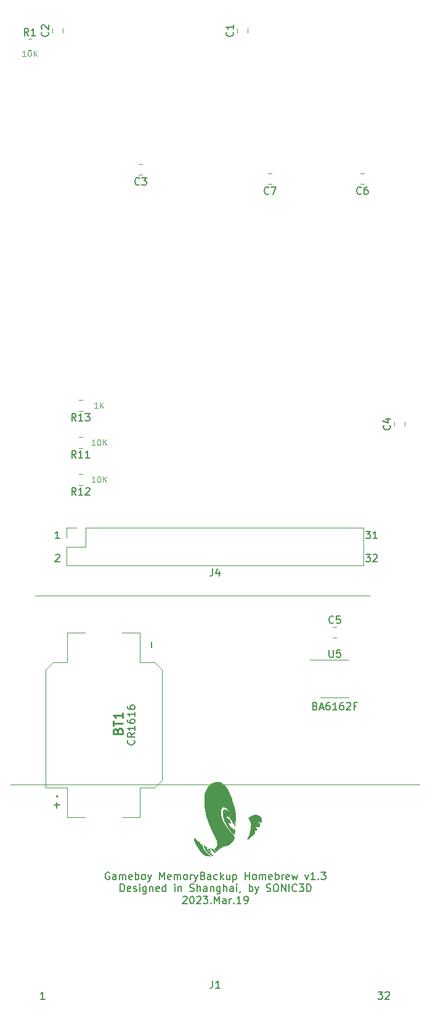
<source format=gto>
%TF.GenerationSoftware,KiCad,Pcbnew,(5.1.10-1-10_14)*%
%TF.CreationDate,2023-03-20T05:39:49+08:00*%
%TF.ProjectId,GB_MemoryBackup_Mainboard,47425f4d-656d-46f7-9279-4261636b7570,1.3*%
%TF.SameCoordinates,Original*%
%TF.FileFunction,Legend,Top*%
%TF.FilePolarity,Positive*%
%FSLAX46Y46*%
G04 Gerber Fmt 4.6, Leading zero omitted, Abs format (unit mm)*
G04 Created by KiCad (PCBNEW (5.1.10-1-10_14)) date 2023-03-20 05:39:49*
%MOMM*%
%LPD*%
G01*
G04 APERTURE LIST*
%ADD10C,0.125000*%
%ADD11C,0.150000*%
%ADD12C,0.100000*%
%ADD13C,0.120000*%
%ADD14C,0.200000*%
%ADD15C,0.010000*%
%ADD16C,0.254000*%
G04 APERTURE END LIST*
D10*
X73488571Y-66401904D02*
X73031428Y-66401904D01*
X73260000Y-66401904D02*
X73260000Y-65601904D01*
X73183809Y-65716190D01*
X73107619Y-65792380D01*
X73031428Y-65830476D01*
X73831428Y-66401904D02*
X73831428Y-65601904D01*
X74288571Y-66401904D02*
X73945714Y-65944761D01*
X74288571Y-65601904D02*
X73831428Y-66059047D01*
X73107619Y-71481904D02*
X72650476Y-71481904D01*
X72879047Y-71481904D02*
X72879047Y-70681904D01*
X72802857Y-70796190D01*
X72726666Y-70872380D01*
X72650476Y-70910476D01*
X73602857Y-70681904D02*
X73679047Y-70681904D01*
X73755238Y-70720000D01*
X73793333Y-70758095D01*
X73831428Y-70834285D01*
X73869523Y-70986666D01*
X73869523Y-71177142D01*
X73831428Y-71329523D01*
X73793333Y-71405714D01*
X73755238Y-71443809D01*
X73679047Y-71481904D01*
X73602857Y-71481904D01*
X73526666Y-71443809D01*
X73488571Y-71405714D01*
X73450476Y-71329523D01*
X73412380Y-71177142D01*
X73412380Y-70986666D01*
X73450476Y-70834285D01*
X73488571Y-70758095D01*
X73526666Y-70720000D01*
X73602857Y-70681904D01*
X74212380Y-71481904D02*
X74212380Y-70681904D01*
X74669523Y-71481904D02*
X74326666Y-71024761D01*
X74669523Y-70681904D02*
X74212380Y-71139047D01*
X73107619Y-76561904D02*
X72650476Y-76561904D01*
X72879047Y-76561904D02*
X72879047Y-75761904D01*
X72802857Y-75876190D01*
X72726666Y-75952380D01*
X72650476Y-75990476D01*
X73602857Y-75761904D02*
X73679047Y-75761904D01*
X73755238Y-75800000D01*
X73793333Y-75838095D01*
X73831428Y-75914285D01*
X73869523Y-76066666D01*
X73869523Y-76257142D01*
X73831428Y-76409523D01*
X73793333Y-76485714D01*
X73755238Y-76523809D01*
X73679047Y-76561904D01*
X73602857Y-76561904D01*
X73526666Y-76523809D01*
X73488571Y-76485714D01*
X73450476Y-76409523D01*
X73412380Y-76257142D01*
X73412380Y-76066666D01*
X73450476Y-75914285D01*
X73488571Y-75838095D01*
X73526666Y-75800000D01*
X73602857Y-75761904D01*
X74212380Y-76561904D02*
X74212380Y-75761904D01*
X74669523Y-76561904D02*
X74326666Y-76104761D01*
X74669523Y-75761904D02*
X74212380Y-76219047D01*
X63582619Y-18141904D02*
X63125476Y-18141904D01*
X63354047Y-18141904D02*
X63354047Y-17341904D01*
X63277857Y-17456190D01*
X63201666Y-17532380D01*
X63125476Y-17570476D01*
X64077857Y-17341904D02*
X64154047Y-17341904D01*
X64230238Y-17380000D01*
X64268333Y-17418095D01*
X64306428Y-17494285D01*
X64344523Y-17646666D01*
X64344523Y-17837142D01*
X64306428Y-17989523D01*
X64268333Y-18065714D01*
X64230238Y-18103809D01*
X64154047Y-18141904D01*
X64077857Y-18141904D01*
X64001666Y-18103809D01*
X63963571Y-18065714D01*
X63925476Y-17989523D01*
X63887380Y-17837142D01*
X63887380Y-17646666D01*
X63925476Y-17494285D01*
X63963571Y-17418095D01*
X64001666Y-17380000D01*
X64077857Y-17341904D01*
X64687380Y-18141904D02*
X64687380Y-17341904D01*
X65144523Y-18141904D02*
X64801666Y-17684761D01*
X65144523Y-17341904D02*
X64687380Y-17799047D01*
D11*
X103354523Y-107243571D02*
X103497380Y-107291190D01*
X103545000Y-107338809D01*
X103592619Y-107434047D01*
X103592619Y-107576904D01*
X103545000Y-107672142D01*
X103497380Y-107719761D01*
X103402142Y-107767380D01*
X103021190Y-107767380D01*
X103021190Y-106767380D01*
X103354523Y-106767380D01*
X103449761Y-106815000D01*
X103497380Y-106862619D01*
X103545000Y-106957857D01*
X103545000Y-107053095D01*
X103497380Y-107148333D01*
X103449761Y-107195952D01*
X103354523Y-107243571D01*
X103021190Y-107243571D01*
X103973571Y-107481666D02*
X104449761Y-107481666D01*
X103878333Y-107767380D02*
X104211666Y-106767380D01*
X104545000Y-107767380D01*
X105306904Y-106767380D02*
X105116428Y-106767380D01*
X105021190Y-106815000D01*
X104973571Y-106862619D01*
X104878333Y-107005476D01*
X104830714Y-107195952D01*
X104830714Y-107576904D01*
X104878333Y-107672142D01*
X104925952Y-107719761D01*
X105021190Y-107767380D01*
X105211666Y-107767380D01*
X105306904Y-107719761D01*
X105354523Y-107672142D01*
X105402142Y-107576904D01*
X105402142Y-107338809D01*
X105354523Y-107243571D01*
X105306904Y-107195952D01*
X105211666Y-107148333D01*
X105021190Y-107148333D01*
X104925952Y-107195952D01*
X104878333Y-107243571D01*
X104830714Y-107338809D01*
X106354523Y-107767380D02*
X105783095Y-107767380D01*
X106068809Y-107767380D02*
X106068809Y-106767380D01*
X105973571Y-106910238D01*
X105878333Y-107005476D01*
X105783095Y-107053095D01*
X107211666Y-106767380D02*
X107021190Y-106767380D01*
X106925952Y-106815000D01*
X106878333Y-106862619D01*
X106783095Y-107005476D01*
X106735476Y-107195952D01*
X106735476Y-107576904D01*
X106783095Y-107672142D01*
X106830714Y-107719761D01*
X106925952Y-107767380D01*
X107116428Y-107767380D01*
X107211666Y-107719761D01*
X107259285Y-107672142D01*
X107306904Y-107576904D01*
X107306904Y-107338809D01*
X107259285Y-107243571D01*
X107211666Y-107195952D01*
X107116428Y-107148333D01*
X106925952Y-107148333D01*
X106830714Y-107195952D01*
X106783095Y-107243571D01*
X106735476Y-107338809D01*
X107687857Y-106862619D02*
X107735476Y-106815000D01*
X107830714Y-106767380D01*
X108068809Y-106767380D01*
X108164047Y-106815000D01*
X108211666Y-106862619D01*
X108259285Y-106957857D01*
X108259285Y-107053095D01*
X108211666Y-107195952D01*
X107640238Y-107767380D01*
X108259285Y-107767380D01*
X109021190Y-107243571D02*
X108687857Y-107243571D01*
X108687857Y-107767380D02*
X108687857Y-106767380D01*
X109164047Y-106767380D01*
X78462142Y-111950238D02*
X78509761Y-111997857D01*
X78557380Y-112140714D01*
X78557380Y-112235952D01*
X78509761Y-112378809D01*
X78414523Y-112474047D01*
X78319285Y-112521666D01*
X78128809Y-112569285D01*
X77985952Y-112569285D01*
X77795476Y-112521666D01*
X77700238Y-112474047D01*
X77605000Y-112378809D01*
X77557380Y-112235952D01*
X77557380Y-112140714D01*
X77605000Y-111997857D01*
X77652619Y-111950238D01*
X78557380Y-110950238D02*
X78081190Y-111283571D01*
X78557380Y-111521666D02*
X77557380Y-111521666D01*
X77557380Y-111140714D01*
X77605000Y-111045476D01*
X77652619Y-110997857D01*
X77747857Y-110950238D01*
X77890714Y-110950238D01*
X77985952Y-110997857D01*
X78033571Y-111045476D01*
X78081190Y-111140714D01*
X78081190Y-111521666D01*
X78557380Y-109997857D02*
X78557380Y-110569285D01*
X78557380Y-110283571D02*
X77557380Y-110283571D01*
X77700238Y-110378809D01*
X77795476Y-110474047D01*
X77843095Y-110569285D01*
X77557380Y-109140714D02*
X77557380Y-109331190D01*
X77605000Y-109426428D01*
X77652619Y-109474047D01*
X77795476Y-109569285D01*
X77985952Y-109616904D01*
X78366904Y-109616904D01*
X78462142Y-109569285D01*
X78509761Y-109521666D01*
X78557380Y-109426428D01*
X78557380Y-109235952D01*
X78509761Y-109140714D01*
X78462142Y-109093095D01*
X78366904Y-109045476D01*
X78128809Y-109045476D01*
X78033571Y-109093095D01*
X77985952Y-109140714D01*
X77938333Y-109235952D01*
X77938333Y-109426428D01*
X77985952Y-109521666D01*
X78033571Y-109569285D01*
X78128809Y-109616904D01*
X78557380Y-108093095D02*
X78557380Y-108664523D01*
X78557380Y-108378809D02*
X77557380Y-108378809D01*
X77700238Y-108474047D01*
X77795476Y-108569285D01*
X77843095Y-108664523D01*
X77557380Y-107235952D02*
X77557380Y-107426428D01*
X77605000Y-107521666D01*
X77652619Y-107569285D01*
X77795476Y-107664523D01*
X77985952Y-107712142D01*
X78366904Y-107712142D01*
X78462142Y-107664523D01*
X78509761Y-107616904D01*
X78557380Y-107521666D01*
X78557380Y-107331190D01*
X78509761Y-107235952D01*
X78462142Y-107188333D01*
X78366904Y-107140714D01*
X78128809Y-107140714D01*
X78033571Y-107188333D01*
X77985952Y-107235952D01*
X77938333Y-107331190D01*
X77938333Y-107521666D01*
X77985952Y-107616904D01*
X78033571Y-107664523D01*
X78128809Y-107712142D01*
X68230714Y-84272380D02*
X67659285Y-84272380D01*
X67945000Y-84272380D02*
X67945000Y-83272380D01*
X67849761Y-83415238D01*
X67754523Y-83510476D01*
X67659285Y-83558095D01*
X67659285Y-86542619D02*
X67706904Y-86495000D01*
X67802142Y-86447380D01*
X68040238Y-86447380D01*
X68135476Y-86495000D01*
X68183095Y-86542619D01*
X68230714Y-86637857D01*
X68230714Y-86733095D01*
X68183095Y-86875952D01*
X67611666Y-87447380D01*
X68230714Y-87447380D01*
X110315476Y-83272380D02*
X110934523Y-83272380D01*
X110601190Y-83653333D01*
X110744047Y-83653333D01*
X110839285Y-83700952D01*
X110886904Y-83748571D01*
X110934523Y-83843809D01*
X110934523Y-84081904D01*
X110886904Y-84177142D01*
X110839285Y-84224761D01*
X110744047Y-84272380D01*
X110458333Y-84272380D01*
X110363095Y-84224761D01*
X110315476Y-84177142D01*
X111886904Y-84272380D02*
X111315476Y-84272380D01*
X111601190Y-84272380D02*
X111601190Y-83272380D01*
X111505952Y-83415238D01*
X111410714Y-83510476D01*
X111315476Y-83558095D01*
X110315476Y-86447380D02*
X110934523Y-86447380D01*
X110601190Y-86828333D01*
X110744047Y-86828333D01*
X110839285Y-86875952D01*
X110886904Y-86923571D01*
X110934523Y-87018809D01*
X110934523Y-87256904D01*
X110886904Y-87352142D01*
X110839285Y-87399761D01*
X110744047Y-87447380D01*
X110458333Y-87447380D01*
X110363095Y-87399761D01*
X110315476Y-87352142D01*
X111315476Y-86542619D02*
X111363095Y-86495000D01*
X111458333Y-86447380D01*
X111696428Y-86447380D01*
X111791666Y-86495000D01*
X111839285Y-86542619D01*
X111886904Y-86637857D01*
X111886904Y-86733095D01*
X111839285Y-86875952D01*
X111267857Y-87447380D01*
X111886904Y-87447380D01*
X75078571Y-130090000D02*
X74983333Y-130042380D01*
X74840476Y-130042380D01*
X74697619Y-130090000D01*
X74602380Y-130185238D01*
X74554761Y-130280476D01*
X74507142Y-130470952D01*
X74507142Y-130613809D01*
X74554761Y-130804285D01*
X74602380Y-130899523D01*
X74697619Y-130994761D01*
X74840476Y-131042380D01*
X74935714Y-131042380D01*
X75078571Y-130994761D01*
X75126190Y-130947142D01*
X75126190Y-130613809D01*
X74935714Y-130613809D01*
X75983333Y-131042380D02*
X75983333Y-130518571D01*
X75935714Y-130423333D01*
X75840476Y-130375714D01*
X75649999Y-130375714D01*
X75554761Y-130423333D01*
X75983333Y-130994761D02*
X75888095Y-131042380D01*
X75649999Y-131042380D01*
X75554761Y-130994761D01*
X75507142Y-130899523D01*
X75507142Y-130804285D01*
X75554761Y-130709047D01*
X75649999Y-130661428D01*
X75888095Y-130661428D01*
X75983333Y-130613809D01*
X76459523Y-131042380D02*
X76459523Y-130375714D01*
X76459523Y-130470952D02*
X76507142Y-130423333D01*
X76602380Y-130375714D01*
X76745238Y-130375714D01*
X76840476Y-130423333D01*
X76888095Y-130518571D01*
X76888095Y-131042380D01*
X76888095Y-130518571D02*
X76935714Y-130423333D01*
X77030952Y-130375714D01*
X77173809Y-130375714D01*
X77269047Y-130423333D01*
X77316666Y-130518571D01*
X77316666Y-131042380D01*
X78173809Y-130994761D02*
X78078571Y-131042380D01*
X77888095Y-131042380D01*
X77792857Y-130994761D01*
X77745238Y-130899523D01*
X77745238Y-130518571D01*
X77792857Y-130423333D01*
X77888095Y-130375714D01*
X78078571Y-130375714D01*
X78173809Y-130423333D01*
X78221428Y-130518571D01*
X78221428Y-130613809D01*
X77745238Y-130709047D01*
X78649999Y-131042380D02*
X78649999Y-130042380D01*
X78649999Y-130423333D02*
X78745238Y-130375714D01*
X78935714Y-130375714D01*
X79030952Y-130423333D01*
X79078571Y-130470952D01*
X79126190Y-130566190D01*
X79126190Y-130851904D01*
X79078571Y-130947142D01*
X79030952Y-130994761D01*
X78935714Y-131042380D01*
X78745238Y-131042380D01*
X78649999Y-130994761D01*
X79697619Y-131042380D02*
X79602380Y-130994761D01*
X79554761Y-130947142D01*
X79507142Y-130851904D01*
X79507142Y-130566190D01*
X79554761Y-130470952D01*
X79602380Y-130423333D01*
X79697619Y-130375714D01*
X79840476Y-130375714D01*
X79935714Y-130423333D01*
X79983333Y-130470952D01*
X80030952Y-130566190D01*
X80030952Y-130851904D01*
X79983333Y-130947142D01*
X79935714Y-130994761D01*
X79840476Y-131042380D01*
X79697619Y-131042380D01*
X80364285Y-130375714D02*
X80602380Y-131042380D01*
X80840476Y-130375714D02*
X80602380Y-131042380D01*
X80507142Y-131280476D01*
X80459523Y-131328095D01*
X80364285Y-131375714D01*
X81983333Y-131042380D02*
X81983333Y-130042380D01*
X82316666Y-130756666D01*
X82649999Y-130042380D01*
X82649999Y-131042380D01*
X83507142Y-130994761D02*
X83411904Y-131042380D01*
X83221428Y-131042380D01*
X83126190Y-130994761D01*
X83078571Y-130899523D01*
X83078571Y-130518571D01*
X83126190Y-130423333D01*
X83221428Y-130375714D01*
X83411904Y-130375714D01*
X83507142Y-130423333D01*
X83554761Y-130518571D01*
X83554761Y-130613809D01*
X83078571Y-130709047D01*
X83983333Y-131042380D02*
X83983333Y-130375714D01*
X83983333Y-130470952D02*
X84030952Y-130423333D01*
X84126190Y-130375714D01*
X84269047Y-130375714D01*
X84364285Y-130423333D01*
X84411904Y-130518571D01*
X84411904Y-131042380D01*
X84411904Y-130518571D02*
X84459523Y-130423333D01*
X84554761Y-130375714D01*
X84697619Y-130375714D01*
X84792857Y-130423333D01*
X84840476Y-130518571D01*
X84840476Y-131042380D01*
X85459523Y-131042380D02*
X85364285Y-130994761D01*
X85316666Y-130947142D01*
X85269047Y-130851904D01*
X85269047Y-130566190D01*
X85316666Y-130470952D01*
X85364285Y-130423333D01*
X85459523Y-130375714D01*
X85602380Y-130375714D01*
X85697619Y-130423333D01*
X85745238Y-130470952D01*
X85792857Y-130566190D01*
X85792857Y-130851904D01*
X85745238Y-130947142D01*
X85697619Y-130994761D01*
X85602380Y-131042380D01*
X85459523Y-131042380D01*
X86221428Y-131042380D02*
X86221428Y-130375714D01*
X86221428Y-130566190D02*
X86269047Y-130470952D01*
X86316666Y-130423333D01*
X86411904Y-130375714D01*
X86507142Y-130375714D01*
X86745238Y-130375714D02*
X86983333Y-131042380D01*
X87221428Y-130375714D02*
X86983333Y-131042380D01*
X86888095Y-131280476D01*
X86840476Y-131328095D01*
X86745238Y-131375714D01*
X87935714Y-130518571D02*
X88078571Y-130566190D01*
X88126190Y-130613809D01*
X88173809Y-130709047D01*
X88173809Y-130851904D01*
X88126190Y-130947142D01*
X88078571Y-130994761D01*
X87983333Y-131042380D01*
X87602380Y-131042380D01*
X87602380Y-130042380D01*
X87935714Y-130042380D01*
X88030952Y-130090000D01*
X88078571Y-130137619D01*
X88126190Y-130232857D01*
X88126190Y-130328095D01*
X88078571Y-130423333D01*
X88030952Y-130470952D01*
X87935714Y-130518571D01*
X87602380Y-130518571D01*
X89030952Y-131042380D02*
X89030952Y-130518571D01*
X88983333Y-130423333D01*
X88888095Y-130375714D01*
X88697619Y-130375714D01*
X88602380Y-130423333D01*
X89030952Y-130994761D02*
X88935714Y-131042380D01*
X88697619Y-131042380D01*
X88602380Y-130994761D01*
X88554761Y-130899523D01*
X88554761Y-130804285D01*
X88602380Y-130709047D01*
X88697619Y-130661428D01*
X88935714Y-130661428D01*
X89030952Y-130613809D01*
X89935714Y-130994761D02*
X89840476Y-131042380D01*
X89649999Y-131042380D01*
X89554761Y-130994761D01*
X89507142Y-130947142D01*
X89459523Y-130851904D01*
X89459523Y-130566190D01*
X89507142Y-130470952D01*
X89554761Y-130423333D01*
X89649999Y-130375714D01*
X89840476Y-130375714D01*
X89935714Y-130423333D01*
X90364285Y-131042380D02*
X90364285Y-130042380D01*
X90459523Y-130661428D02*
X90745238Y-131042380D01*
X90745238Y-130375714D02*
X90364285Y-130756666D01*
X91602380Y-130375714D02*
X91602380Y-131042380D01*
X91173809Y-130375714D02*
X91173809Y-130899523D01*
X91221428Y-130994761D01*
X91316666Y-131042380D01*
X91459523Y-131042380D01*
X91554761Y-130994761D01*
X91602380Y-130947142D01*
X92078571Y-130375714D02*
X92078571Y-131375714D01*
X92078571Y-130423333D02*
X92173809Y-130375714D01*
X92364285Y-130375714D01*
X92459523Y-130423333D01*
X92507142Y-130470952D01*
X92554761Y-130566190D01*
X92554761Y-130851904D01*
X92507142Y-130947142D01*
X92459523Y-130994761D01*
X92364285Y-131042380D01*
X92173809Y-131042380D01*
X92078571Y-130994761D01*
X93745238Y-131042380D02*
X93745238Y-130042380D01*
X93745238Y-130518571D02*
X94316666Y-130518571D01*
X94316666Y-131042380D02*
X94316666Y-130042380D01*
X94935714Y-131042380D02*
X94840476Y-130994761D01*
X94792857Y-130947142D01*
X94745238Y-130851904D01*
X94745238Y-130566190D01*
X94792857Y-130470952D01*
X94840476Y-130423333D01*
X94935714Y-130375714D01*
X95078571Y-130375714D01*
X95173809Y-130423333D01*
X95221428Y-130470952D01*
X95269047Y-130566190D01*
X95269047Y-130851904D01*
X95221428Y-130947142D01*
X95173809Y-130994761D01*
X95078571Y-131042380D01*
X94935714Y-131042380D01*
X95697619Y-131042380D02*
X95697619Y-130375714D01*
X95697619Y-130470952D02*
X95745238Y-130423333D01*
X95840476Y-130375714D01*
X95983333Y-130375714D01*
X96078571Y-130423333D01*
X96126190Y-130518571D01*
X96126190Y-131042380D01*
X96126190Y-130518571D02*
X96173809Y-130423333D01*
X96269047Y-130375714D01*
X96411904Y-130375714D01*
X96507142Y-130423333D01*
X96554761Y-130518571D01*
X96554761Y-131042380D01*
X97411904Y-130994761D02*
X97316666Y-131042380D01*
X97126190Y-131042380D01*
X97030952Y-130994761D01*
X96983333Y-130899523D01*
X96983333Y-130518571D01*
X97030952Y-130423333D01*
X97126190Y-130375714D01*
X97316666Y-130375714D01*
X97411904Y-130423333D01*
X97459523Y-130518571D01*
X97459523Y-130613809D01*
X96983333Y-130709047D01*
X97888095Y-131042380D02*
X97888095Y-130042380D01*
X97888095Y-130423333D02*
X97983333Y-130375714D01*
X98173809Y-130375714D01*
X98269047Y-130423333D01*
X98316666Y-130470952D01*
X98364285Y-130566190D01*
X98364285Y-130851904D01*
X98316666Y-130947142D01*
X98269047Y-130994761D01*
X98173809Y-131042380D01*
X97983333Y-131042380D01*
X97888095Y-130994761D01*
X98792857Y-131042380D02*
X98792857Y-130375714D01*
X98792857Y-130566190D02*
X98840476Y-130470952D01*
X98888095Y-130423333D01*
X98983333Y-130375714D01*
X99078571Y-130375714D01*
X99792857Y-130994761D02*
X99697619Y-131042380D01*
X99507142Y-131042380D01*
X99411904Y-130994761D01*
X99364285Y-130899523D01*
X99364285Y-130518571D01*
X99411904Y-130423333D01*
X99507142Y-130375714D01*
X99697619Y-130375714D01*
X99792857Y-130423333D01*
X99840476Y-130518571D01*
X99840476Y-130613809D01*
X99364285Y-130709047D01*
X100173809Y-130375714D02*
X100364285Y-131042380D01*
X100554761Y-130566190D01*
X100745238Y-131042380D01*
X100935714Y-130375714D01*
X101983333Y-130375714D02*
X102221428Y-131042380D01*
X102459523Y-130375714D01*
X103364285Y-131042380D02*
X102792857Y-131042380D01*
X103078571Y-131042380D02*
X103078571Y-130042380D01*
X102983333Y-130185238D01*
X102888095Y-130280476D01*
X102792857Y-130328095D01*
X103792857Y-130947142D02*
X103840476Y-130994761D01*
X103792857Y-131042380D01*
X103745238Y-130994761D01*
X103792857Y-130947142D01*
X103792857Y-131042380D01*
X104173809Y-130042380D02*
X104792857Y-130042380D01*
X104459523Y-130423333D01*
X104602380Y-130423333D01*
X104697619Y-130470952D01*
X104745238Y-130518571D01*
X104792857Y-130613809D01*
X104792857Y-130851904D01*
X104745238Y-130947142D01*
X104697619Y-130994761D01*
X104602380Y-131042380D01*
X104316666Y-131042380D01*
X104221428Y-130994761D01*
X104173809Y-130947142D01*
X76578571Y-132692380D02*
X76578571Y-131692380D01*
X76816666Y-131692380D01*
X76959523Y-131740000D01*
X77054761Y-131835238D01*
X77102380Y-131930476D01*
X77150000Y-132120952D01*
X77150000Y-132263809D01*
X77102380Y-132454285D01*
X77054761Y-132549523D01*
X76959523Y-132644761D01*
X76816666Y-132692380D01*
X76578571Y-132692380D01*
X77959523Y-132644761D02*
X77864285Y-132692380D01*
X77673809Y-132692380D01*
X77578571Y-132644761D01*
X77530952Y-132549523D01*
X77530952Y-132168571D01*
X77578571Y-132073333D01*
X77673809Y-132025714D01*
X77864285Y-132025714D01*
X77959523Y-132073333D01*
X78007142Y-132168571D01*
X78007142Y-132263809D01*
X77530952Y-132359047D01*
X78388095Y-132644761D02*
X78483333Y-132692380D01*
X78673809Y-132692380D01*
X78769047Y-132644761D01*
X78816666Y-132549523D01*
X78816666Y-132501904D01*
X78769047Y-132406666D01*
X78673809Y-132359047D01*
X78530952Y-132359047D01*
X78435714Y-132311428D01*
X78388095Y-132216190D01*
X78388095Y-132168571D01*
X78435714Y-132073333D01*
X78530952Y-132025714D01*
X78673809Y-132025714D01*
X78769047Y-132073333D01*
X79245238Y-132692380D02*
X79245238Y-132025714D01*
X79245238Y-131692380D02*
X79197619Y-131740000D01*
X79245238Y-131787619D01*
X79292857Y-131740000D01*
X79245238Y-131692380D01*
X79245238Y-131787619D01*
X80150000Y-132025714D02*
X80150000Y-132835238D01*
X80102380Y-132930476D01*
X80054761Y-132978095D01*
X79959523Y-133025714D01*
X79816666Y-133025714D01*
X79721428Y-132978095D01*
X80150000Y-132644761D02*
X80054761Y-132692380D01*
X79864285Y-132692380D01*
X79769047Y-132644761D01*
X79721428Y-132597142D01*
X79673809Y-132501904D01*
X79673809Y-132216190D01*
X79721428Y-132120952D01*
X79769047Y-132073333D01*
X79864285Y-132025714D01*
X80054761Y-132025714D01*
X80150000Y-132073333D01*
X80626190Y-132025714D02*
X80626190Y-132692380D01*
X80626190Y-132120952D02*
X80673809Y-132073333D01*
X80769047Y-132025714D01*
X80911904Y-132025714D01*
X81007142Y-132073333D01*
X81054761Y-132168571D01*
X81054761Y-132692380D01*
X81911904Y-132644761D02*
X81816666Y-132692380D01*
X81626190Y-132692380D01*
X81530952Y-132644761D01*
X81483333Y-132549523D01*
X81483333Y-132168571D01*
X81530952Y-132073333D01*
X81626190Y-132025714D01*
X81816666Y-132025714D01*
X81911904Y-132073333D01*
X81959523Y-132168571D01*
X81959523Y-132263809D01*
X81483333Y-132359047D01*
X82816666Y-132692380D02*
X82816666Y-131692380D01*
X82816666Y-132644761D02*
X82721428Y-132692380D01*
X82530952Y-132692380D01*
X82435714Y-132644761D01*
X82388095Y-132597142D01*
X82340476Y-132501904D01*
X82340476Y-132216190D01*
X82388095Y-132120952D01*
X82435714Y-132073333D01*
X82530952Y-132025714D01*
X82721428Y-132025714D01*
X82816666Y-132073333D01*
X84054761Y-132692380D02*
X84054761Y-132025714D01*
X84054761Y-131692380D02*
X84007142Y-131740000D01*
X84054761Y-131787619D01*
X84102380Y-131740000D01*
X84054761Y-131692380D01*
X84054761Y-131787619D01*
X84530952Y-132025714D02*
X84530952Y-132692380D01*
X84530952Y-132120952D02*
X84578571Y-132073333D01*
X84673809Y-132025714D01*
X84816666Y-132025714D01*
X84911904Y-132073333D01*
X84959523Y-132168571D01*
X84959523Y-132692380D01*
X86150000Y-132644761D02*
X86292857Y-132692380D01*
X86530952Y-132692380D01*
X86626190Y-132644761D01*
X86673809Y-132597142D01*
X86721428Y-132501904D01*
X86721428Y-132406666D01*
X86673809Y-132311428D01*
X86626190Y-132263809D01*
X86530952Y-132216190D01*
X86340476Y-132168571D01*
X86245238Y-132120952D01*
X86197619Y-132073333D01*
X86150000Y-131978095D01*
X86150000Y-131882857D01*
X86197619Y-131787619D01*
X86245238Y-131740000D01*
X86340476Y-131692380D01*
X86578571Y-131692380D01*
X86721428Y-131740000D01*
X87150000Y-132692380D02*
X87150000Y-131692380D01*
X87578571Y-132692380D02*
X87578571Y-132168571D01*
X87530952Y-132073333D01*
X87435714Y-132025714D01*
X87292857Y-132025714D01*
X87197619Y-132073333D01*
X87150000Y-132120952D01*
X88483333Y-132692380D02*
X88483333Y-132168571D01*
X88435714Y-132073333D01*
X88340476Y-132025714D01*
X88150000Y-132025714D01*
X88054761Y-132073333D01*
X88483333Y-132644761D02*
X88388095Y-132692380D01*
X88150000Y-132692380D01*
X88054761Y-132644761D01*
X88007142Y-132549523D01*
X88007142Y-132454285D01*
X88054761Y-132359047D01*
X88150000Y-132311428D01*
X88388095Y-132311428D01*
X88483333Y-132263809D01*
X88959523Y-132025714D02*
X88959523Y-132692380D01*
X88959523Y-132120952D02*
X89007142Y-132073333D01*
X89102380Y-132025714D01*
X89245238Y-132025714D01*
X89340476Y-132073333D01*
X89388095Y-132168571D01*
X89388095Y-132692380D01*
X90292857Y-132025714D02*
X90292857Y-132835238D01*
X90245238Y-132930476D01*
X90197619Y-132978095D01*
X90102380Y-133025714D01*
X89959523Y-133025714D01*
X89864285Y-132978095D01*
X90292857Y-132644761D02*
X90197619Y-132692380D01*
X90007142Y-132692380D01*
X89911904Y-132644761D01*
X89864285Y-132597142D01*
X89816666Y-132501904D01*
X89816666Y-132216190D01*
X89864285Y-132120952D01*
X89911904Y-132073333D01*
X90007142Y-132025714D01*
X90197619Y-132025714D01*
X90292857Y-132073333D01*
X90769047Y-132692380D02*
X90769047Y-131692380D01*
X91197619Y-132692380D02*
X91197619Y-132168571D01*
X91150000Y-132073333D01*
X91054761Y-132025714D01*
X90911904Y-132025714D01*
X90816666Y-132073333D01*
X90769047Y-132120952D01*
X92102380Y-132692380D02*
X92102380Y-132168571D01*
X92054761Y-132073333D01*
X91959523Y-132025714D01*
X91769047Y-132025714D01*
X91673809Y-132073333D01*
X92102380Y-132644761D02*
X92007142Y-132692380D01*
X91769047Y-132692380D01*
X91673809Y-132644761D01*
X91626190Y-132549523D01*
X91626190Y-132454285D01*
X91673809Y-132359047D01*
X91769047Y-132311428D01*
X92007142Y-132311428D01*
X92102380Y-132263809D01*
X92578571Y-132692380D02*
X92578571Y-132025714D01*
X92578571Y-131692380D02*
X92530952Y-131740000D01*
X92578571Y-131787619D01*
X92626190Y-131740000D01*
X92578571Y-131692380D01*
X92578571Y-131787619D01*
X93102380Y-132644761D02*
X93102380Y-132692380D01*
X93054761Y-132787619D01*
X93007142Y-132835238D01*
X94292857Y-132692380D02*
X94292857Y-131692380D01*
X94292857Y-132073333D02*
X94388095Y-132025714D01*
X94578571Y-132025714D01*
X94673809Y-132073333D01*
X94721428Y-132120952D01*
X94769047Y-132216190D01*
X94769047Y-132501904D01*
X94721428Y-132597142D01*
X94673809Y-132644761D01*
X94578571Y-132692380D01*
X94388095Y-132692380D01*
X94292857Y-132644761D01*
X95102380Y-132025714D02*
X95340476Y-132692380D01*
X95578571Y-132025714D02*
X95340476Y-132692380D01*
X95245238Y-132930476D01*
X95197619Y-132978095D01*
X95102380Y-133025714D01*
X96673809Y-132644761D02*
X96816666Y-132692380D01*
X97054761Y-132692380D01*
X97150000Y-132644761D01*
X97197619Y-132597142D01*
X97245238Y-132501904D01*
X97245238Y-132406666D01*
X97197619Y-132311428D01*
X97150000Y-132263809D01*
X97054761Y-132216190D01*
X96864285Y-132168571D01*
X96769047Y-132120952D01*
X96721428Y-132073333D01*
X96673809Y-131978095D01*
X96673809Y-131882857D01*
X96721428Y-131787619D01*
X96769047Y-131740000D01*
X96864285Y-131692380D01*
X97102380Y-131692380D01*
X97245238Y-131740000D01*
X97864285Y-131692380D02*
X98054761Y-131692380D01*
X98150000Y-131740000D01*
X98245238Y-131835238D01*
X98292857Y-132025714D01*
X98292857Y-132359047D01*
X98245238Y-132549523D01*
X98150000Y-132644761D01*
X98054761Y-132692380D01*
X97864285Y-132692380D01*
X97769047Y-132644761D01*
X97673809Y-132549523D01*
X97626190Y-132359047D01*
X97626190Y-132025714D01*
X97673809Y-131835238D01*
X97769047Y-131740000D01*
X97864285Y-131692380D01*
X98721428Y-132692380D02*
X98721428Y-131692380D01*
X99292857Y-132692380D01*
X99292857Y-131692380D01*
X99769047Y-132692380D02*
X99769047Y-131692380D01*
X100816666Y-132597142D02*
X100769047Y-132644761D01*
X100626190Y-132692380D01*
X100530952Y-132692380D01*
X100388095Y-132644761D01*
X100292857Y-132549523D01*
X100245238Y-132454285D01*
X100197619Y-132263809D01*
X100197619Y-132120952D01*
X100245238Y-131930476D01*
X100292857Y-131835238D01*
X100388095Y-131740000D01*
X100530952Y-131692380D01*
X100626190Y-131692380D01*
X100769047Y-131740000D01*
X100816666Y-131787619D01*
X101150000Y-131692380D02*
X101769047Y-131692380D01*
X101435714Y-132073333D01*
X101578571Y-132073333D01*
X101673809Y-132120952D01*
X101721428Y-132168571D01*
X101769047Y-132263809D01*
X101769047Y-132501904D01*
X101721428Y-132597142D01*
X101673809Y-132644761D01*
X101578571Y-132692380D01*
X101292857Y-132692380D01*
X101197619Y-132644761D01*
X101150000Y-132597142D01*
X102197619Y-132692380D02*
X102197619Y-131692380D01*
X102435714Y-131692380D01*
X102578571Y-131740000D01*
X102673809Y-131835238D01*
X102721428Y-131930476D01*
X102769047Y-132120952D01*
X102769047Y-132263809D01*
X102721428Y-132454285D01*
X102673809Y-132549523D01*
X102578571Y-132644761D01*
X102435714Y-132692380D01*
X102197619Y-132692380D01*
X85173809Y-133437619D02*
X85221428Y-133390000D01*
X85316666Y-133342380D01*
X85554761Y-133342380D01*
X85650000Y-133390000D01*
X85697619Y-133437619D01*
X85745238Y-133532857D01*
X85745238Y-133628095D01*
X85697619Y-133770952D01*
X85126190Y-134342380D01*
X85745238Y-134342380D01*
X86364285Y-133342380D02*
X86459523Y-133342380D01*
X86554761Y-133390000D01*
X86602380Y-133437619D01*
X86650000Y-133532857D01*
X86697619Y-133723333D01*
X86697619Y-133961428D01*
X86650000Y-134151904D01*
X86602380Y-134247142D01*
X86554761Y-134294761D01*
X86459523Y-134342380D01*
X86364285Y-134342380D01*
X86269047Y-134294761D01*
X86221428Y-134247142D01*
X86173809Y-134151904D01*
X86126190Y-133961428D01*
X86126190Y-133723333D01*
X86173809Y-133532857D01*
X86221428Y-133437619D01*
X86269047Y-133390000D01*
X86364285Y-133342380D01*
X87078571Y-133437619D02*
X87126190Y-133390000D01*
X87221428Y-133342380D01*
X87459523Y-133342380D01*
X87554761Y-133390000D01*
X87602380Y-133437619D01*
X87650000Y-133532857D01*
X87650000Y-133628095D01*
X87602380Y-133770952D01*
X87030952Y-134342380D01*
X87650000Y-134342380D01*
X87983333Y-133342380D02*
X88602380Y-133342380D01*
X88269047Y-133723333D01*
X88411904Y-133723333D01*
X88507142Y-133770952D01*
X88554761Y-133818571D01*
X88602380Y-133913809D01*
X88602380Y-134151904D01*
X88554761Y-134247142D01*
X88507142Y-134294761D01*
X88411904Y-134342380D01*
X88126190Y-134342380D01*
X88030952Y-134294761D01*
X87983333Y-134247142D01*
X89030952Y-134247142D02*
X89078571Y-134294761D01*
X89030952Y-134342380D01*
X88983333Y-134294761D01*
X89030952Y-134247142D01*
X89030952Y-134342380D01*
X89507142Y-134342380D02*
X89507142Y-133342380D01*
X89840476Y-134056666D01*
X90173809Y-133342380D01*
X90173809Y-134342380D01*
X91078571Y-134342380D02*
X91078571Y-133818571D01*
X91030952Y-133723333D01*
X90935714Y-133675714D01*
X90745238Y-133675714D01*
X90650000Y-133723333D01*
X91078571Y-134294761D02*
X90983333Y-134342380D01*
X90745238Y-134342380D01*
X90650000Y-134294761D01*
X90602380Y-134199523D01*
X90602380Y-134104285D01*
X90650000Y-134009047D01*
X90745238Y-133961428D01*
X90983333Y-133961428D01*
X91078571Y-133913809D01*
X91554761Y-134342380D02*
X91554761Y-133675714D01*
X91554761Y-133866190D02*
X91602380Y-133770952D01*
X91650000Y-133723333D01*
X91745238Y-133675714D01*
X91840476Y-133675714D01*
X92173809Y-134247142D02*
X92221428Y-134294761D01*
X92173809Y-134342380D01*
X92126190Y-134294761D01*
X92173809Y-134247142D01*
X92173809Y-134342380D01*
X93173809Y-134342380D02*
X92602380Y-134342380D01*
X92888095Y-134342380D02*
X92888095Y-133342380D01*
X92792857Y-133485238D01*
X92697619Y-133580476D01*
X92602380Y-133628095D01*
X93650000Y-134342380D02*
X93840476Y-134342380D01*
X93935714Y-134294761D01*
X93983333Y-134247142D01*
X94078571Y-134104285D01*
X94126190Y-133913809D01*
X94126190Y-133532857D01*
X94078571Y-133437619D01*
X94030952Y-133390000D01*
X93935714Y-133342380D01*
X93745238Y-133342380D01*
X93650000Y-133390000D01*
X93602380Y-133437619D01*
X93554761Y-133532857D01*
X93554761Y-133770952D01*
X93602380Y-133866190D01*
X93650000Y-133913809D01*
X93745238Y-133961428D01*
X93935714Y-133961428D01*
X94030952Y-133913809D01*
X94078571Y-133866190D01*
X94126190Y-133770952D01*
D12*
X64900000Y-92100000D02*
X110850000Y-92100000D01*
X61500000Y-118000000D02*
X117700000Y-118000000D01*
D13*
%TO.C,J4*%
X69220000Y-84120000D02*
X69220000Y-82790000D01*
X69220000Y-82790000D02*
X70550000Y-82790000D01*
X69220000Y-85390000D02*
X71820000Y-85390000D01*
X71820000Y-85390000D02*
X71820000Y-82790000D01*
X71820000Y-82790000D02*
X109980000Y-82790000D01*
X109980000Y-87990000D02*
X109980000Y-82790000D01*
X69220000Y-87990000D02*
X109980000Y-87990000D01*
X69220000Y-87990000D02*
X69220000Y-85390000D01*
%TO.C,U5*%
X106045000Y-106065000D02*
X107995000Y-106065000D01*
X106045000Y-106065000D02*
X104095000Y-106065000D01*
X106045000Y-100945000D02*
X107995000Y-100945000D01*
X106045000Y-100945000D02*
X102595000Y-100945000D01*
%TO.C,C7*%
X97416252Y-35660000D02*
X96893748Y-35660000D01*
X97416252Y-34190000D02*
X96893748Y-34190000D01*
%TO.C,C6*%
X110116252Y-35660000D02*
X109593748Y-35660000D01*
X110116252Y-34190000D02*
X109593748Y-34190000D01*
%TO.C,C5*%
X105783748Y-96420000D02*
X106306252Y-96420000D01*
X105783748Y-97890000D02*
X106306252Y-97890000D01*
%TO.C,C4*%
X114200000Y-68841252D02*
X114200000Y-68318748D01*
X115670000Y-68841252D02*
X115670000Y-68318748D01*
D12*
%TO.C,BT1*%
X82295000Y-117455000D02*
X81295000Y-118455000D01*
D14*
X67895000Y-119555000D02*
X67895000Y-119555000D01*
X67895000Y-119755000D02*
X67895000Y-119755000D01*
D12*
X79295000Y-97205000D02*
X76835000Y-97205000D01*
X79295000Y-101255000D02*
X79295000Y-97205000D01*
X81295000Y-101255000D02*
X79295000Y-101255000D01*
X82295000Y-117455000D02*
X82295000Y-102255000D01*
X79295000Y-118455000D02*
X81295000Y-118455000D01*
X79295000Y-122505000D02*
X79295000Y-118455000D01*
X76835000Y-122505000D02*
X79295000Y-122505000D01*
X69295000Y-122505000D02*
X71755000Y-122505000D01*
X69295000Y-118455000D02*
X69295000Y-122505000D01*
X66295000Y-118455000D02*
X69295000Y-118455000D01*
X66295000Y-102255000D02*
X66295000Y-118455000D01*
X69295000Y-101255000D02*
X67295000Y-101255000D01*
X69295000Y-97205000D02*
X69295000Y-101255000D01*
X71755000Y-97205000D02*
X69295000Y-97205000D01*
X67295000Y-101255000D02*
X66295000Y-102255000D01*
X82295000Y-102255000D02*
X81295000Y-101255000D01*
D14*
X67895000Y-119555000D02*
G75*
G02*
X67895000Y-119755000I0J-100000D01*
G01*
X67895000Y-119755000D02*
G75*
G02*
X67895000Y-119555000I0J100000D01*
G01*
D15*
%TO.C,G\u002A\u002A\u002A*%
G36*
X91273611Y-121765286D02*
G01*
X91318684Y-121785532D01*
X91320239Y-121811118D01*
X91300611Y-121847625D01*
X91274574Y-121835471D01*
X91249237Y-121806417D01*
X91230141Y-121771521D01*
X91265027Y-121764727D01*
X91273611Y-121765286D01*
G37*
X91273611Y-121765286D02*
X91318684Y-121785532D01*
X91320239Y-121811118D01*
X91300611Y-121847625D01*
X91274574Y-121835471D01*
X91249237Y-121806417D01*
X91230141Y-121771521D01*
X91265027Y-121764727D01*
X91273611Y-121765286D01*
G36*
X91977077Y-122765410D02*
G01*
X91978000Y-122773000D01*
X91953839Y-122803827D01*
X91946250Y-122804750D01*
X91915422Y-122780589D01*
X91914500Y-122773000D01*
X91938660Y-122742172D01*
X91946250Y-122741250D01*
X91977077Y-122765410D01*
G37*
X91977077Y-122765410D02*
X91978000Y-122773000D01*
X91953839Y-122803827D01*
X91946250Y-122804750D01*
X91915422Y-122780589D01*
X91914500Y-122773000D01*
X91938660Y-122742172D01*
X91946250Y-122741250D01*
X91977077Y-122765410D01*
G36*
X91814344Y-124182843D02*
G01*
X91848429Y-124214812D01*
X91841437Y-124233190D01*
X91836998Y-124233500D01*
X91810144Y-124210948D01*
X91800343Y-124196844D01*
X91796600Y-124175117D01*
X91814344Y-124182843D01*
G37*
X91814344Y-124182843D02*
X91848429Y-124214812D01*
X91841437Y-124233190D01*
X91836998Y-124233500D01*
X91810144Y-124210948D01*
X91800343Y-124196844D01*
X91796600Y-124175117D01*
X91814344Y-124182843D01*
G36*
X90705526Y-121621959D02*
G01*
X90705282Y-121630000D01*
X90691616Y-121698065D01*
X90676250Y-121741125D01*
X90648963Y-121804625D01*
X90647217Y-121741125D01*
X90660815Y-121663180D01*
X90676250Y-121630000D01*
X90700734Y-121598396D01*
X90705526Y-121621959D01*
G37*
X90705526Y-121621959D02*
X90705282Y-121630000D01*
X90691616Y-121698065D01*
X90676250Y-121741125D01*
X90648963Y-121804625D01*
X90647217Y-121741125D01*
X90660815Y-121663180D01*
X90676250Y-121630000D01*
X90700734Y-121598396D01*
X90705526Y-121621959D01*
G36*
X91120750Y-121836375D02*
G01*
X91104875Y-121852250D01*
X91089000Y-121836375D01*
X91104875Y-121820500D01*
X91120750Y-121836375D01*
G37*
X91120750Y-121836375D02*
X91104875Y-121852250D01*
X91089000Y-121836375D01*
X91104875Y-121820500D01*
X91120750Y-121836375D01*
G36*
X91437811Y-122068017D02*
G01*
X91449731Y-122090375D01*
X91462083Y-122130405D01*
X91461066Y-122135493D01*
X91430032Y-122123243D01*
X91414437Y-122116972D01*
X91379715Y-122085561D01*
X91380372Y-122051938D01*
X91403103Y-122042750D01*
X91437811Y-122068017D01*
G37*
X91437811Y-122068017D02*
X91449731Y-122090375D01*
X91462083Y-122130405D01*
X91461066Y-122135493D01*
X91430032Y-122123243D01*
X91414437Y-122116972D01*
X91379715Y-122085561D01*
X91380372Y-122051938D01*
X91403103Y-122042750D01*
X91437811Y-122068017D01*
G36*
X90953537Y-122216533D02*
G01*
X90962000Y-122233250D01*
X90957123Y-122260973D01*
X90929638Y-122252728D01*
X90898500Y-122233250D01*
X90869311Y-122208644D01*
X90899319Y-122202088D01*
X90906437Y-122201986D01*
X90953537Y-122216533D01*
G37*
X90953537Y-122216533D02*
X90962000Y-122233250D01*
X90957123Y-122260973D01*
X90929638Y-122252728D01*
X90898500Y-122233250D01*
X90869311Y-122208644D01*
X90899319Y-122202088D01*
X90906437Y-122201986D01*
X90953537Y-122216533D01*
G36*
X91338087Y-122194637D02*
G01*
X91385266Y-122219650D01*
X91416975Y-122215053D01*
X91461044Y-122212153D01*
X91470000Y-122226150D01*
X91443937Y-122257365D01*
X91388486Y-122278261D01*
X91337756Y-122277717D01*
X91328963Y-122272130D01*
X91313370Y-122228294D01*
X91311736Y-122204145D01*
X91318716Y-122173315D01*
X91338087Y-122194637D01*
G37*
X91338087Y-122194637D02*
X91385266Y-122219650D01*
X91416975Y-122215053D01*
X91461044Y-122212153D01*
X91470000Y-122226150D01*
X91443937Y-122257365D01*
X91388486Y-122278261D01*
X91337756Y-122277717D01*
X91328963Y-122272130D01*
X91313370Y-122228294D01*
X91311736Y-122204145D01*
X91318716Y-122173315D01*
X91338087Y-122194637D01*
G36*
X90985457Y-122309624D02*
G01*
X90989487Y-122343884D01*
X90955849Y-122370766D01*
X90913358Y-122371341D01*
X90873207Y-122373287D01*
X90866750Y-122388603D01*
X90844534Y-122422121D01*
X90835000Y-122423750D01*
X90804295Y-122399482D01*
X90803250Y-122391214D01*
X90829046Y-122359729D01*
X90887312Y-122327278D01*
X90949363Y-122306707D01*
X90985457Y-122309624D01*
G37*
X90985457Y-122309624D02*
X90989487Y-122343884D01*
X90955849Y-122370766D01*
X90913358Y-122371341D01*
X90873207Y-122373287D01*
X90866750Y-122388603D01*
X90844534Y-122422121D01*
X90835000Y-122423750D01*
X90804295Y-122399482D01*
X90803250Y-122391214D01*
X90829046Y-122359729D01*
X90887312Y-122327278D01*
X90949363Y-122306707D01*
X90985457Y-122309624D01*
G36*
X91022502Y-121466629D02*
G01*
X91084201Y-121494059D01*
X91158496Y-121540844D01*
X91250147Y-121614983D01*
X91346254Y-121703729D01*
X91433918Y-121794337D01*
X91500240Y-121874058D01*
X91532319Y-121930146D01*
X91533500Y-121938031D01*
X91550908Y-121976022D01*
X91561891Y-121979250D01*
X91581633Y-122006286D01*
X91585703Y-122058602D01*
X91571136Y-122124468D01*
X91541817Y-122132829D01*
X91515431Y-122102700D01*
X91517572Y-122057806D01*
X91532822Y-122043168D01*
X91552703Y-122012458D01*
X91539601Y-121998895D01*
X91502522Y-122003727D01*
X91493750Y-122018739D01*
X91473021Y-122042522D01*
X91431246Y-122018127D01*
X91388785Y-121995182D01*
X91363763Y-122025708D01*
X91361920Y-122030386D01*
X91342037Y-122065508D01*
X91311923Y-122055028D01*
X91284275Y-122031196D01*
X91206825Y-121985917D01*
X91139690Y-121989134D01*
X91099038Y-122039789D01*
X91098024Y-122043419D01*
X91075087Y-122086381D01*
X91041204Y-122074358D01*
X91001464Y-122061728D01*
X90982579Y-122089564D01*
X90941876Y-122132281D01*
X90918129Y-122138000D01*
X90890256Y-122127087D01*
X90891650Y-122083815D01*
X90906071Y-122034812D01*
X90932239Y-121952439D01*
X90949450Y-121893847D01*
X90949942Y-121891937D01*
X90985628Y-121856329D01*
X91007632Y-121852250D01*
X91040861Y-121873608D01*
X91038214Y-121896663D01*
X91038203Y-121945800D01*
X91048663Y-121958068D01*
X91099329Y-121960474D01*
X91140231Y-121914235D01*
X91158373Y-121834123D01*
X91158393Y-121833336D01*
X91158110Y-121732523D01*
X91148956Y-121680455D01*
X91127458Y-121662606D01*
X91117353Y-121661750D01*
X91096123Y-121684845D01*
X91100481Y-121709375D01*
X91095551Y-121748013D01*
X91052811Y-121757000D01*
X91006012Y-121745635D01*
X91001713Y-121699736D01*
X91005878Y-121681248D01*
X91007056Y-121644562D01*
X91194833Y-121644562D01*
X91217141Y-121673157D01*
X91245104Y-121669214D01*
X91277332Y-121661336D01*
X91267155Y-121683633D01*
X91244029Y-121711928D01*
X91197428Y-121789412D01*
X91201150Y-121843759D01*
X91253116Y-121865820D01*
X91278737Y-121864669D01*
X91368183Y-121880819D01*
X91407454Y-121917074D01*
X91453637Y-121966916D01*
X91483772Y-121976120D01*
X91485146Y-121942187D01*
X91481481Y-121931625D01*
X91449284Y-121889586D01*
X91432979Y-121884000D01*
X91418480Y-121863768D01*
X91425406Y-121847344D01*
X91429169Y-121825321D01*
X91415015Y-121831112D01*
X91382644Y-121822016D01*
X91364621Y-121785198D01*
X91336614Y-121739335D01*
X91307991Y-121743138D01*
X91282046Y-121747289D01*
X91288797Y-121715067D01*
X91282189Y-121657556D01*
X91251859Y-121632199D01*
X91205837Y-121618728D01*
X91194833Y-121644562D01*
X91007056Y-121644562D01*
X91007877Y-121619029D01*
X90964853Y-121589825D01*
X90961651Y-121588959D01*
X90918870Y-121586954D01*
X90916204Y-121601210D01*
X90909995Y-121627898D01*
X90897727Y-121630000D01*
X90872333Y-121652644D01*
X90874410Y-121668855D01*
X90870403Y-121723533D01*
X90845699Y-121787917D01*
X90823853Y-121847835D01*
X90830220Y-121876983D01*
X90841130Y-121910493D01*
X90839461Y-121985775D01*
X90833316Y-122035733D01*
X90822211Y-122128183D01*
X90820239Y-122192638D01*
X90823132Y-122207243D01*
X90813501Y-122240556D01*
X90801259Y-122250355D01*
X90781723Y-122298027D01*
X90784387Y-122399369D01*
X90787845Y-122427174D01*
X90796355Y-122531013D01*
X90787944Y-122577601D01*
X90766729Y-122569603D01*
X90736824Y-122509682D01*
X90702344Y-122400504D01*
X90693565Y-122366127D01*
X90668615Y-122236179D01*
X90654713Y-122104549D01*
X90651899Y-121985660D01*
X90660212Y-121893932D01*
X90679692Y-121843788D01*
X90692125Y-121838632D01*
X90721718Y-121867344D01*
X90731542Y-121902132D01*
X90735113Y-121943680D01*
X90723893Y-121927739D01*
X90711505Y-121899875D01*
X90693908Y-121871546D01*
X90685056Y-121895444D01*
X90682334Y-121963375D01*
X90685328Y-122096509D01*
X90696364Y-122198749D01*
X90713484Y-122260240D01*
X90734732Y-122271129D01*
X90741779Y-122262803D01*
X90763769Y-122196297D01*
X90768782Y-122138000D01*
X90765320Y-122085086D01*
X90753669Y-122091601D01*
X90739750Y-122122125D01*
X90718371Y-122158258D01*
X90709847Y-122145436D01*
X90713805Y-122096811D01*
X90729876Y-122025535D01*
X90743718Y-121981512D01*
X90763469Y-121881973D01*
X90742529Y-121798047D01*
X90720869Y-121734043D01*
X90722004Y-121700662D01*
X90743990Y-121713371D01*
X90768805Y-121760327D01*
X90791613Y-121804257D01*
X90801013Y-121787139D01*
X90801237Y-121782686D01*
X90784951Y-121724382D01*
X90768734Y-121707665D01*
X90747042Y-121663365D01*
X90749886Y-121626416D01*
X90747354Y-121577661D01*
X90728840Y-121566290D01*
X90727500Y-121551508D01*
X90735117Y-121544952D01*
X90802149Y-121544952D01*
X90829515Y-121556857D01*
X90874752Y-121540795D01*
X90881847Y-121535395D01*
X90929198Y-121512612D01*
X90984489Y-121533582D01*
X91001677Y-121545080D01*
X91071029Y-121584781D01*
X91118474Y-121597368D01*
X91131750Y-121582560D01*
X91106242Y-121547456D01*
X91045146Y-121514734D01*
X90957511Y-121495647D01*
X90871570Y-121493571D01*
X90815559Y-121511881D01*
X90814806Y-121512610D01*
X90802149Y-121544952D01*
X90735117Y-121544952D01*
X90769862Y-121515049D01*
X90787375Y-121503000D01*
X90870251Y-121455828D01*
X90939855Y-121443969D01*
X91022502Y-121466629D01*
G37*
X91022502Y-121466629D02*
X91084201Y-121494059D01*
X91158496Y-121540844D01*
X91250147Y-121614983D01*
X91346254Y-121703729D01*
X91433918Y-121794337D01*
X91500240Y-121874058D01*
X91532319Y-121930146D01*
X91533500Y-121938031D01*
X91550908Y-121976022D01*
X91561891Y-121979250D01*
X91581633Y-122006286D01*
X91585703Y-122058602D01*
X91571136Y-122124468D01*
X91541817Y-122132829D01*
X91515431Y-122102700D01*
X91517572Y-122057806D01*
X91532822Y-122043168D01*
X91552703Y-122012458D01*
X91539601Y-121998895D01*
X91502522Y-122003727D01*
X91493750Y-122018739D01*
X91473021Y-122042522D01*
X91431246Y-122018127D01*
X91388785Y-121995182D01*
X91363763Y-122025708D01*
X91361920Y-122030386D01*
X91342037Y-122065508D01*
X91311923Y-122055028D01*
X91284275Y-122031196D01*
X91206825Y-121985917D01*
X91139690Y-121989134D01*
X91099038Y-122039789D01*
X91098024Y-122043419D01*
X91075087Y-122086381D01*
X91041204Y-122074358D01*
X91001464Y-122061728D01*
X90982579Y-122089564D01*
X90941876Y-122132281D01*
X90918129Y-122138000D01*
X90890256Y-122127087D01*
X90891650Y-122083815D01*
X90906071Y-122034812D01*
X90932239Y-121952439D01*
X90949450Y-121893847D01*
X90949942Y-121891937D01*
X90985628Y-121856329D01*
X91007632Y-121852250D01*
X91040861Y-121873608D01*
X91038214Y-121896663D01*
X91038203Y-121945800D01*
X91048663Y-121958068D01*
X91099329Y-121960474D01*
X91140231Y-121914235D01*
X91158373Y-121834123D01*
X91158393Y-121833336D01*
X91158110Y-121732523D01*
X91148956Y-121680455D01*
X91127458Y-121662606D01*
X91117353Y-121661750D01*
X91096123Y-121684845D01*
X91100481Y-121709375D01*
X91095551Y-121748013D01*
X91052811Y-121757000D01*
X91006012Y-121745635D01*
X91001713Y-121699736D01*
X91005878Y-121681248D01*
X91007056Y-121644562D01*
X91194833Y-121644562D01*
X91217141Y-121673157D01*
X91245104Y-121669214D01*
X91277332Y-121661336D01*
X91267155Y-121683633D01*
X91244029Y-121711928D01*
X91197428Y-121789412D01*
X91201150Y-121843759D01*
X91253116Y-121865820D01*
X91278737Y-121864669D01*
X91368183Y-121880819D01*
X91407454Y-121917074D01*
X91453637Y-121966916D01*
X91483772Y-121976120D01*
X91485146Y-121942187D01*
X91481481Y-121931625D01*
X91449284Y-121889586D01*
X91432979Y-121884000D01*
X91418480Y-121863768D01*
X91425406Y-121847344D01*
X91429169Y-121825321D01*
X91415015Y-121831112D01*
X91382644Y-121822016D01*
X91364621Y-121785198D01*
X91336614Y-121739335D01*
X91307991Y-121743138D01*
X91282046Y-121747289D01*
X91288797Y-121715067D01*
X91282189Y-121657556D01*
X91251859Y-121632199D01*
X91205837Y-121618728D01*
X91194833Y-121644562D01*
X91007056Y-121644562D01*
X91007877Y-121619029D01*
X90964853Y-121589825D01*
X90961651Y-121588959D01*
X90918870Y-121586954D01*
X90916204Y-121601210D01*
X90909995Y-121627898D01*
X90897727Y-121630000D01*
X90872333Y-121652644D01*
X90874410Y-121668855D01*
X90870403Y-121723533D01*
X90845699Y-121787917D01*
X90823853Y-121847835D01*
X90830220Y-121876983D01*
X90841130Y-121910493D01*
X90839461Y-121985775D01*
X90833316Y-122035733D01*
X90822211Y-122128183D01*
X90820239Y-122192638D01*
X90823132Y-122207243D01*
X90813501Y-122240556D01*
X90801259Y-122250355D01*
X90781723Y-122298027D01*
X90784387Y-122399369D01*
X90787845Y-122427174D01*
X90796355Y-122531013D01*
X90787944Y-122577601D01*
X90766729Y-122569603D01*
X90736824Y-122509682D01*
X90702344Y-122400504D01*
X90693565Y-122366127D01*
X90668615Y-122236179D01*
X90654713Y-122104549D01*
X90651899Y-121985660D01*
X90660212Y-121893932D01*
X90679692Y-121843788D01*
X90692125Y-121838632D01*
X90721718Y-121867344D01*
X90731542Y-121902132D01*
X90735113Y-121943680D01*
X90723893Y-121927739D01*
X90711505Y-121899875D01*
X90693908Y-121871546D01*
X90685056Y-121895444D01*
X90682334Y-121963375D01*
X90685328Y-122096509D01*
X90696364Y-122198749D01*
X90713484Y-122260240D01*
X90734732Y-122271129D01*
X90741779Y-122262803D01*
X90763769Y-122196297D01*
X90768782Y-122138000D01*
X90765320Y-122085086D01*
X90753669Y-122091601D01*
X90739750Y-122122125D01*
X90718371Y-122158258D01*
X90709847Y-122145436D01*
X90713805Y-122096811D01*
X90729876Y-122025535D01*
X90743718Y-121981512D01*
X90763469Y-121881973D01*
X90742529Y-121798047D01*
X90720869Y-121734043D01*
X90722004Y-121700662D01*
X90743990Y-121713371D01*
X90768805Y-121760327D01*
X90791613Y-121804257D01*
X90801013Y-121787139D01*
X90801237Y-121782686D01*
X90784951Y-121724382D01*
X90768734Y-121707665D01*
X90747042Y-121663365D01*
X90749886Y-121626416D01*
X90747354Y-121577661D01*
X90728840Y-121566290D01*
X90727500Y-121551508D01*
X90735117Y-121544952D01*
X90802149Y-121544952D01*
X90829515Y-121556857D01*
X90874752Y-121540795D01*
X90881847Y-121535395D01*
X90929198Y-121512612D01*
X90984489Y-121533582D01*
X91001677Y-121545080D01*
X91071029Y-121584781D01*
X91118474Y-121597368D01*
X91131750Y-121582560D01*
X91106242Y-121547456D01*
X91045146Y-121514734D01*
X90957511Y-121495647D01*
X90871570Y-121493571D01*
X90815559Y-121511881D01*
X90814806Y-121512610D01*
X90802149Y-121544952D01*
X90735117Y-121544952D01*
X90769862Y-121515049D01*
X90787375Y-121503000D01*
X90870251Y-121455828D01*
X90939855Y-121443969D01*
X91022502Y-121466629D01*
G36*
X90792666Y-122656583D02*
G01*
X90796466Y-122694263D01*
X90792666Y-122698916D01*
X90773791Y-122694558D01*
X90771500Y-122677750D01*
X90783116Y-122651616D01*
X90792666Y-122656583D01*
G37*
X90792666Y-122656583D02*
X90796466Y-122694263D01*
X90792666Y-122698916D01*
X90773791Y-122694558D01*
X90771500Y-122677750D01*
X90783116Y-122651616D01*
X90792666Y-122656583D01*
G36*
X91120750Y-123169875D02*
G01*
X91104875Y-123185750D01*
X91089000Y-123169875D01*
X91104875Y-123154000D01*
X91120750Y-123169875D01*
G37*
X91120750Y-123169875D02*
X91104875Y-123185750D01*
X91089000Y-123169875D01*
X91104875Y-123154000D01*
X91120750Y-123169875D01*
G36*
X91343707Y-122652456D02*
G01*
X91368040Y-122668366D01*
X91444005Y-122746076D01*
X91526749Y-122861872D01*
X91603079Y-122993566D01*
X91659801Y-123118967D01*
X91681556Y-123195657D01*
X91689843Y-123272666D01*
X91675724Y-123305765D01*
X91632834Y-123312750D01*
X91572769Y-123290653D01*
X91495218Y-123234354D01*
X91453088Y-123193984D01*
X91374943Y-123097240D01*
X91298843Y-122980043D01*
X91235096Y-122861080D01*
X91194011Y-122759037D01*
X91184250Y-122706662D01*
X91208045Y-122649588D01*
X91267276Y-122630253D01*
X91343707Y-122652456D01*
G37*
X91343707Y-122652456D02*
X91368040Y-122668366D01*
X91444005Y-122746076D01*
X91526749Y-122861872D01*
X91603079Y-122993566D01*
X91659801Y-123118967D01*
X91681556Y-123195657D01*
X91689843Y-123272666D01*
X91675724Y-123305765D01*
X91632834Y-123312750D01*
X91572769Y-123290653D01*
X91495218Y-123234354D01*
X91453088Y-123193984D01*
X91374943Y-123097240D01*
X91298843Y-122980043D01*
X91235096Y-122861080D01*
X91194011Y-122759037D01*
X91184250Y-122706662D01*
X91208045Y-122649588D01*
X91267276Y-122630253D01*
X91343707Y-122652456D01*
G36*
X91279145Y-123430910D02*
G01*
X91307626Y-123461744D01*
X91298554Y-123494779D01*
X91281512Y-123487807D01*
X91279013Y-123468854D01*
X91273159Y-123440486D01*
X91251232Y-123466952D01*
X91218611Y-123489996D01*
X91204276Y-123478216D01*
X91210648Y-123441612D01*
X91231040Y-123428588D01*
X91279145Y-123430910D01*
G37*
X91279145Y-123430910D02*
X91307626Y-123461744D01*
X91298554Y-123494779D01*
X91281512Y-123487807D01*
X91279013Y-123468854D01*
X91273159Y-123440486D01*
X91251232Y-123466952D01*
X91218611Y-123489996D01*
X91204276Y-123478216D01*
X91210648Y-123441612D01*
X91231040Y-123428588D01*
X91279145Y-123430910D01*
G36*
X92223010Y-123086913D02*
G01*
X92250759Y-123158942D01*
X92278005Y-123256145D01*
X92299044Y-123359830D01*
X92304574Y-123400062D01*
X92305501Y-123469968D01*
X92292186Y-123502879D01*
X92290001Y-123503250D01*
X92265201Y-123478326D01*
X92263750Y-123466208D01*
X92252373Y-123443369D01*
X92245338Y-123447578D01*
X92247761Y-123483875D01*
X92279210Y-123545780D01*
X92280073Y-123547102D01*
X92314140Y-123616481D01*
X92320451Y-123666519D01*
X92300464Y-123663641D01*
X92262933Y-123614986D01*
X92233803Y-123564349D01*
X92196577Y-123475593D01*
X92173295Y-123392125D01*
X92200250Y-123392125D01*
X92216125Y-123408000D01*
X92232000Y-123392125D01*
X92216125Y-123376250D01*
X92200250Y-123392125D01*
X92173295Y-123392125D01*
X92169076Y-123377001D01*
X92153357Y-123283916D01*
X92152820Y-123263251D01*
X92200250Y-123263251D01*
X92216826Y-123306692D01*
X92232000Y-123312750D01*
X92262841Y-123289962D01*
X92263750Y-123282873D01*
X92240670Y-123239873D01*
X92232000Y-123233375D01*
X92204818Y-123240572D01*
X92200250Y-123263251D01*
X92152820Y-123263251D01*
X92151477Y-123211681D01*
X92165493Y-123175638D01*
X92181946Y-123177500D01*
X92193733Y-123174989D01*
X92176712Y-123149235D01*
X92159803Y-123106375D01*
X92168500Y-123106375D01*
X92184375Y-123122250D01*
X92200250Y-123106375D01*
X92184375Y-123090500D01*
X92168500Y-123106375D01*
X92159803Y-123106375D01*
X92155218Y-123094756D01*
X92181350Y-123061534D01*
X92200459Y-123058750D01*
X92223010Y-123086913D01*
G37*
X92223010Y-123086913D02*
X92250759Y-123158942D01*
X92278005Y-123256145D01*
X92299044Y-123359830D01*
X92304574Y-123400062D01*
X92305501Y-123469968D01*
X92292186Y-123502879D01*
X92290001Y-123503250D01*
X92265201Y-123478326D01*
X92263750Y-123466208D01*
X92252373Y-123443369D01*
X92245338Y-123447578D01*
X92247761Y-123483875D01*
X92279210Y-123545780D01*
X92280073Y-123547102D01*
X92314140Y-123616481D01*
X92320451Y-123666519D01*
X92300464Y-123663641D01*
X92262933Y-123614986D01*
X92233803Y-123564349D01*
X92196577Y-123475593D01*
X92173295Y-123392125D01*
X92200250Y-123392125D01*
X92216125Y-123408000D01*
X92232000Y-123392125D01*
X92216125Y-123376250D01*
X92200250Y-123392125D01*
X92173295Y-123392125D01*
X92169076Y-123377001D01*
X92153357Y-123283916D01*
X92152820Y-123263251D01*
X92200250Y-123263251D01*
X92216826Y-123306692D01*
X92232000Y-123312750D01*
X92262841Y-123289962D01*
X92263750Y-123282873D01*
X92240670Y-123239873D01*
X92232000Y-123233375D01*
X92204818Y-123240572D01*
X92200250Y-123263251D01*
X92152820Y-123263251D01*
X92151477Y-123211681D01*
X92165493Y-123175638D01*
X92181946Y-123177500D01*
X92193733Y-123174989D01*
X92176712Y-123149235D01*
X92159803Y-123106375D01*
X92168500Y-123106375D01*
X92184375Y-123122250D01*
X92200250Y-123106375D01*
X92184375Y-123090500D01*
X92168500Y-123106375D01*
X92159803Y-123106375D01*
X92155218Y-123094756D01*
X92181350Y-123061534D01*
X92200459Y-123058750D01*
X92223010Y-123086913D01*
G36*
X91649551Y-122068472D02*
G01*
X91697847Y-122137151D01*
X91759298Y-122236052D01*
X91785721Y-122281401D01*
X91850294Y-122391116D01*
X91904942Y-122478238D01*
X91940869Y-122528963D01*
X91947817Y-122535843D01*
X91973291Y-122573817D01*
X92004521Y-122648264D01*
X92012034Y-122670254D01*
X92042165Y-122750072D01*
X92068578Y-122799800D01*
X92073420Y-122804750D01*
X92102032Y-122841486D01*
X92142060Y-122910423D01*
X92147409Y-122920716D01*
X92178755Y-122988867D01*
X92178405Y-123022199D01*
X92148545Y-123040047D01*
X92113756Y-123077438D01*
X92115099Y-123102773D01*
X92110181Y-123160827D01*
X92094846Y-123183203D01*
X92076059Y-123222206D01*
X92101197Y-123246900D01*
X92131850Y-123292752D01*
X92130356Y-123316056D01*
X92109381Y-123311553D01*
X92066519Y-123261450D01*
X92010156Y-123175967D01*
X91996552Y-123153041D01*
X91928613Y-123041755D01*
X91863687Y-122944323D01*
X91815396Y-122881144D01*
X91813928Y-122879537D01*
X91774927Y-122820243D01*
X91785112Y-122790350D01*
X91817502Y-122747209D01*
X91819250Y-122735488D01*
X91801859Y-122721417D01*
X91773602Y-122739609D01*
X91736940Y-122755234D01*
X91703092Y-122724975D01*
X91678023Y-122680937D01*
X91677344Y-122679957D01*
X91711566Y-122679957D01*
X91713961Y-122697384D01*
X91742434Y-122726271D01*
X91763834Y-122714115D01*
X91818119Y-122695389D01*
X91838993Y-122699502D01*
X91875913Y-122695781D01*
X91879250Y-122662467D01*
X91850715Y-122629949D01*
X91793642Y-122619337D01*
X91738665Y-122640245D01*
X91711566Y-122679957D01*
X91677344Y-122679957D01*
X91623960Y-122602975D01*
X91563289Y-122549706D01*
X91562458Y-122549256D01*
X91515532Y-122501876D01*
X91515528Y-122486645D01*
X91533500Y-122486645D01*
X91561443Y-122518241D01*
X91630333Y-122540402D01*
X91717759Y-122547940D01*
X91774504Y-122542428D01*
X91842924Y-122549069D01*
X91883693Y-122603707D01*
X91898975Y-122710830D01*
X91897117Y-122796976D01*
X91898419Y-122884074D01*
X91910978Y-122941058D01*
X91917796Y-122949662D01*
X91941974Y-122940232D01*
X91946250Y-122915875D01*
X91958984Y-122880022D01*
X91972969Y-122881015D01*
X91990185Y-122921193D01*
X91993948Y-122994014D01*
X91998070Y-123061291D01*
X92015960Y-123090465D01*
X92016728Y-123090500D01*
X92030913Y-123110253D01*
X92025625Y-123122250D01*
X92028142Y-123151507D01*
X92039626Y-123154000D01*
X92072061Y-123143824D01*
X92073250Y-123140191D01*
X92063170Y-123103600D01*
X92041595Y-123043127D01*
X92035325Y-123021671D01*
X92076952Y-123021671D01*
X92081614Y-123049436D01*
X92105000Y-123042875D01*
X92132625Y-122997564D01*
X92136263Y-122969563D01*
X92131125Y-122934031D01*
X92109176Y-122957110D01*
X92105000Y-122963500D01*
X92076952Y-123021671D01*
X92035325Y-123021671D01*
X92025079Y-122986617D01*
X92039267Y-122978537D01*
X92046991Y-122982768D01*
X92070739Y-122984180D01*
X92063767Y-122952833D01*
X92063404Y-122907656D01*
X92082183Y-122899034D01*
X92091452Y-122886088D01*
X92065312Y-122865706D01*
X92019068Y-122815869D01*
X92009750Y-122782149D01*
X91996506Y-122729142D01*
X91963284Y-122656073D01*
X91919848Y-122579075D01*
X91875961Y-122514279D01*
X91841387Y-122477820D01*
X91826934Y-122480072D01*
X91789039Y-122509535D01*
X91733341Y-122519000D01*
X91679105Y-122513291D01*
X91678662Y-122489309D01*
X91691515Y-122472260D01*
X91712732Y-122424770D01*
X91681795Y-122377010D01*
X91643834Y-122345337D01*
X91763961Y-122345337D01*
X91770319Y-122358137D01*
X91800594Y-122390962D01*
X91806163Y-122367813D01*
X91798456Y-122343005D01*
X91775081Y-122308428D01*
X91764523Y-122309143D01*
X91763961Y-122345337D01*
X91643834Y-122345337D01*
X91630189Y-122333953D01*
X91611834Y-122343745D01*
X91619550Y-122392000D01*
X91617433Y-122444026D01*
X91584828Y-122455500D01*
X91540247Y-122471257D01*
X91533500Y-122486645D01*
X91515528Y-122486645D01*
X91515522Y-122465404D01*
X91516205Y-122430929D01*
X91487251Y-122434703D01*
X91437192Y-122436465D01*
X91423742Y-122425962D01*
X91376528Y-122396926D01*
X91295024Y-122378363D01*
X91208057Y-122373773D01*
X91144453Y-122386655D01*
X91137562Y-122391222D01*
X91109245Y-122437354D01*
X91088444Y-122508936D01*
X91078866Y-122582529D01*
X91084222Y-122634690D01*
X91097249Y-122646000D01*
X91110404Y-122665744D01*
X91105280Y-122677093D01*
X91103267Y-122726997D01*
X91119257Y-122770211D01*
X91134201Y-122821139D01*
X91097641Y-122849286D01*
X91083040Y-122854266D01*
X91035245Y-122874330D01*
X91044677Y-122897970D01*
X91069089Y-122916850D01*
X91103521Y-122955978D01*
X91087350Y-122980394D01*
X91041358Y-122978436D01*
X91022436Y-122959630D01*
X90999327Y-122934800D01*
X90994236Y-122955873D01*
X91015968Y-123005380D01*
X91055623Y-123048849D01*
X91097238Y-123100610D01*
X91094960Y-123135248D01*
X91051269Y-123137191D01*
X91042048Y-123133990D01*
X91014164Y-123131026D01*
X91020750Y-123165260D01*
X91034215Y-123195336D01*
X91064277Y-123247758D01*
X91090414Y-123247093D01*
X91113544Y-123221897D01*
X91142254Y-123191736D01*
X91144797Y-123212729D01*
X91136752Y-123249250D01*
X91126656Y-123300542D01*
X91137643Y-123295580D01*
X91153491Y-123271400D01*
X91171356Y-123203399D01*
X91159637Y-123176150D01*
X91145720Y-123138125D01*
X91184250Y-123138125D01*
X91200125Y-123154000D01*
X91216000Y-123138125D01*
X91200125Y-123122250D01*
X91184250Y-123138125D01*
X91145720Y-123138125D01*
X91138597Y-123118664D01*
X91131653Y-123046451D01*
X91163413Y-123046451D01*
X91168375Y-123058750D01*
X91196905Y-123089038D01*
X91201998Y-123090500D01*
X91215635Y-123065935D01*
X91216000Y-123058750D01*
X91191592Y-123028220D01*
X91182376Y-123027000D01*
X91163413Y-123046451D01*
X91131653Y-123046451D01*
X91131152Y-123041246D01*
X91124679Y-122959445D01*
X91108773Y-122906308D01*
X91104186Y-122872637D01*
X91115558Y-122868250D01*
X91147213Y-122894576D01*
X91188593Y-122958817D01*
X91228697Y-123038864D01*
X91256523Y-123112609D01*
X91261070Y-123157944D01*
X91260372Y-123159263D01*
X91265112Y-123184657D01*
X91272529Y-123185750D01*
X91303924Y-123211759D01*
X91338419Y-123273062D01*
X91361821Y-123330632D01*
X91356644Y-123335091D01*
X91324357Y-123296875D01*
X91287641Y-123253849D01*
X91282373Y-123262544D01*
X91294230Y-123304812D01*
X91299235Y-123361390D01*
X91268736Y-123376250D01*
X91236087Y-123355556D01*
X91239535Y-123304812D01*
X91245944Y-123257001D01*
X91237280Y-123251177D01*
X91216237Y-123294329D01*
X91207861Y-123330552D01*
X91186177Y-123405373D01*
X91171637Y-123434859D01*
X91169902Y-123491969D01*
X91196368Y-123528975D01*
X91235355Y-123561411D01*
X91247711Y-123545942D01*
X91248236Y-123533866D01*
X91253485Y-123504062D01*
X91275974Y-123529589D01*
X91279500Y-123535000D01*
X91300567Y-123562756D01*
X91312323Y-123554158D01*
X91319843Y-123498675D01*
X91324158Y-123442350D01*
X91353086Y-123392650D01*
X91371428Y-123382648D01*
X91400264Y-123386559D01*
X91398249Y-123435551D01*
X91394465Y-123451625D01*
X91398181Y-123559352D01*
X91421846Y-123609112D01*
X91450883Y-123668905D01*
X91450772Y-123702393D01*
X91454632Y-123737979D01*
X91488666Y-123801657D01*
X91500432Y-123818900D01*
X91548190Y-123914340D01*
X91549381Y-123979478D01*
X91518698Y-124031850D01*
X91486058Y-124038603D01*
X91470032Y-123996456D01*
X91470000Y-123993501D01*
X91486472Y-123961368D01*
X91504372Y-123965245D01*
X91517390Y-123960237D01*
X91503510Y-123920060D01*
X91471962Y-123861768D01*
X91431977Y-123802412D01*
X91392786Y-123759044D01*
X91392718Y-123758987D01*
X91351945Y-123733996D01*
X91345805Y-123749525D01*
X91371770Y-123794599D01*
X91411916Y-123842390D01*
X91453361Y-123898819D01*
X91460292Y-123936079D01*
X91459213Y-123937369D01*
X91426509Y-123934199D01*
X91384257Y-123888128D01*
X91344645Y-123815918D01*
X91322873Y-123749827D01*
X91301444Y-123692517D01*
X91278346Y-123678588D01*
X91246673Y-123666151D01*
X91217645Y-123630250D01*
X91247750Y-123630250D01*
X91259366Y-123656383D01*
X91268916Y-123651416D01*
X91272268Y-123618174D01*
X91329886Y-123618174D01*
X91355349Y-123661558D01*
X91400597Y-123689569D01*
X91418325Y-123691243D01*
X91431789Y-123681869D01*
X91414437Y-123672722D01*
X91378393Y-123630878D01*
X91374750Y-123609855D01*
X91357953Y-123579579D01*
X91341458Y-123583577D01*
X91329886Y-123618174D01*
X91272268Y-123618174D01*
X91272716Y-123613736D01*
X91268916Y-123609083D01*
X91250041Y-123613441D01*
X91247750Y-123630250D01*
X91217645Y-123630250D01*
X91204708Y-123614250D01*
X91163985Y-123543048D01*
X91136041Y-123472713D01*
X91132394Y-123423449D01*
X91130504Y-123387395D01*
X91114752Y-123384568D01*
X91085194Y-123361608D01*
X91042406Y-123294193D01*
X90997776Y-123201625D01*
X90953505Y-123101513D01*
X90940652Y-123074625D01*
X90962000Y-123074625D01*
X90977875Y-123090500D01*
X90993750Y-123074625D01*
X90977875Y-123058750D01*
X90962000Y-123074625D01*
X90940652Y-123074625D01*
X90917814Y-123026850D01*
X90899443Y-122995250D01*
X90872891Y-122947625D01*
X90930250Y-122947625D01*
X90946125Y-122963500D01*
X90962000Y-122947625D01*
X90946125Y-122931750D01*
X90930250Y-122947625D01*
X90872891Y-122947625D01*
X90863330Y-122930476D01*
X90839256Y-122831419D01*
X90834580Y-122755301D01*
X90907645Y-122755301D01*
X90913360Y-122801553D01*
X90937984Y-122859288D01*
X90954498Y-122854726D01*
X90961758Y-122788690D01*
X90962000Y-122766650D01*
X90957757Y-122719249D01*
X90997379Y-122719249D01*
X91014916Y-122751833D01*
X91036983Y-122770014D01*
X91045212Y-122748892D01*
X91048520Y-122709500D01*
X91040033Y-122658075D01*
X91023526Y-122646000D01*
X90997819Y-122670002D01*
X90997379Y-122719249D01*
X90957757Y-122719249D01*
X90956126Y-122701031D01*
X90936458Y-122692130D01*
X90927096Y-122699953D01*
X90907645Y-122755301D01*
X90834580Y-122755301D01*
X90832839Y-122726972D01*
X90838252Y-122680564D01*
X90844143Y-122630125D01*
X90898500Y-122630125D01*
X90914375Y-122646000D01*
X90930250Y-122630125D01*
X90914375Y-122614250D01*
X90898500Y-122630125D01*
X90844143Y-122630125D01*
X90848578Y-122592164D01*
X90842971Y-122524753D01*
X90841968Y-122521814D01*
X90833773Y-122489015D01*
X90857135Y-122498378D01*
X90884617Y-122519000D01*
X90941649Y-122568468D01*
X90968211Y-122597455D01*
X91002977Y-122612056D01*
X91012396Y-122606186D01*
X91006550Y-122573261D01*
X90962240Y-122523571D01*
X90958560Y-122520438D01*
X90910026Y-122472908D01*
X90909461Y-122453626D01*
X90993750Y-122453626D01*
X91016797Y-122485957D01*
X91025500Y-122487250D01*
X91056424Y-122476417D01*
X91057250Y-122473248D01*
X91035001Y-122446141D01*
X91025500Y-122439625D01*
X90996242Y-122442142D01*
X90993750Y-122453626D01*
X90909461Y-122453626D01*
X90909141Y-122442713D01*
X90930250Y-122424881D01*
X91002593Y-122396920D01*
X91041375Y-122392000D01*
X91083273Y-122386411D01*
X91066541Y-122365515D01*
X91057250Y-122359118D01*
X91030489Y-122330424D01*
X91048678Y-122296750D01*
X91089000Y-122296750D01*
X91115592Y-122322546D01*
X91152500Y-122328500D01*
X91204092Y-122315203D01*
X91216000Y-122296750D01*
X91189407Y-122270953D01*
X91152500Y-122265000D01*
X91100907Y-122278296D01*
X91089000Y-122296750D01*
X91048678Y-122296750D01*
X91049119Y-122295934D01*
X91081062Y-122267203D01*
X91140538Y-122204627D01*
X91143384Y-122166376D01*
X91089985Y-122155113D01*
X91065187Y-122157137D01*
X91020429Y-122159915D01*
X91034877Y-122151540D01*
X91041375Y-122149652D01*
X91108446Y-122121590D01*
X91135037Y-122103168D01*
X91188120Y-122080463D01*
X91258825Y-122075746D01*
X91313467Y-122089893D01*
X91321918Y-122098312D01*
X91314100Y-122136448D01*
X91292042Y-122163064D01*
X91255901Y-122183228D01*
X91247750Y-122171001D01*
X91224344Y-122139163D01*
X91216000Y-122138000D01*
X91187832Y-122163716D01*
X91184250Y-122185625D01*
X91205722Y-122227802D01*
X91224237Y-122233250D01*
X91270617Y-122257561D01*
X91304582Y-122297871D01*
X91339463Y-122341308D01*
X91377544Y-122337543D01*
X91414533Y-122313746D01*
X91482117Y-122274678D01*
X91517746Y-122268470D01*
X91511994Y-122292634D01*
X91474420Y-122329556D01*
X91425122Y-122373007D01*
X91423360Y-122389446D01*
X91466482Y-122392000D01*
X91530175Y-122395393D01*
X91554148Y-122399937D01*
X91575580Y-122383635D01*
X91585201Y-122333469D01*
X91581022Y-122278312D01*
X91564563Y-122248700D01*
X91557403Y-122214291D01*
X91582393Y-122179820D01*
X91632779Y-122147583D01*
X91655153Y-122161693D01*
X91634399Y-122210321D01*
X91629386Y-122216607D01*
X91609712Y-122255579D01*
X91621465Y-122265000D01*
X91692250Y-122265000D01*
X91703866Y-122291133D01*
X91713416Y-122286166D01*
X91717216Y-122248486D01*
X91713416Y-122243833D01*
X91694541Y-122248191D01*
X91692250Y-122265000D01*
X91621465Y-122265000D01*
X91662689Y-122240194D01*
X91676750Y-122185639D01*
X91658555Y-122131129D01*
X91646353Y-122119462D01*
X91602848Y-122075212D01*
X91604811Y-122046690D01*
X91623087Y-122042750D01*
X91649551Y-122068472D01*
G37*
X91649551Y-122068472D02*
X91697847Y-122137151D01*
X91759298Y-122236052D01*
X91785721Y-122281401D01*
X91850294Y-122391116D01*
X91904942Y-122478238D01*
X91940869Y-122528963D01*
X91947817Y-122535843D01*
X91973291Y-122573817D01*
X92004521Y-122648264D01*
X92012034Y-122670254D01*
X92042165Y-122750072D01*
X92068578Y-122799800D01*
X92073420Y-122804750D01*
X92102032Y-122841486D01*
X92142060Y-122910423D01*
X92147409Y-122920716D01*
X92178755Y-122988867D01*
X92178405Y-123022199D01*
X92148545Y-123040047D01*
X92113756Y-123077438D01*
X92115099Y-123102773D01*
X92110181Y-123160827D01*
X92094846Y-123183203D01*
X92076059Y-123222206D01*
X92101197Y-123246900D01*
X92131850Y-123292752D01*
X92130356Y-123316056D01*
X92109381Y-123311553D01*
X92066519Y-123261450D01*
X92010156Y-123175967D01*
X91996552Y-123153041D01*
X91928613Y-123041755D01*
X91863687Y-122944323D01*
X91815396Y-122881144D01*
X91813928Y-122879537D01*
X91774927Y-122820243D01*
X91785112Y-122790350D01*
X91817502Y-122747209D01*
X91819250Y-122735488D01*
X91801859Y-122721417D01*
X91773602Y-122739609D01*
X91736940Y-122755234D01*
X91703092Y-122724975D01*
X91678023Y-122680937D01*
X91677344Y-122679957D01*
X91711566Y-122679957D01*
X91713961Y-122697384D01*
X91742434Y-122726271D01*
X91763834Y-122714115D01*
X91818119Y-122695389D01*
X91838993Y-122699502D01*
X91875913Y-122695781D01*
X91879250Y-122662467D01*
X91850715Y-122629949D01*
X91793642Y-122619337D01*
X91738665Y-122640245D01*
X91711566Y-122679957D01*
X91677344Y-122679957D01*
X91623960Y-122602975D01*
X91563289Y-122549706D01*
X91562458Y-122549256D01*
X91515532Y-122501876D01*
X91515528Y-122486645D01*
X91533500Y-122486645D01*
X91561443Y-122518241D01*
X91630333Y-122540402D01*
X91717759Y-122547940D01*
X91774504Y-122542428D01*
X91842924Y-122549069D01*
X91883693Y-122603707D01*
X91898975Y-122710830D01*
X91897117Y-122796976D01*
X91898419Y-122884074D01*
X91910978Y-122941058D01*
X91917796Y-122949662D01*
X91941974Y-122940232D01*
X91946250Y-122915875D01*
X91958984Y-122880022D01*
X91972969Y-122881015D01*
X91990185Y-122921193D01*
X91993948Y-122994014D01*
X91998070Y-123061291D01*
X92015960Y-123090465D01*
X92016728Y-123090500D01*
X92030913Y-123110253D01*
X92025625Y-123122250D01*
X92028142Y-123151507D01*
X92039626Y-123154000D01*
X92072061Y-123143824D01*
X92073250Y-123140191D01*
X92063170Y-123103600D01*
X92041595Y-123043127D01*
X92035325Y-123021671D01*
X92076952Y-123021671D01*
X92081614Y-123049436D01*
X92105000Y-123042875D01*
X92132625Y-122997564D01*
X92136263Y-122969563D01*
X92131125Y-122934031D01*
X92109176Y-122957110D01*
X92105000Y-122963500D01*
X92076952Y-123021671D01*
X92035325Y-123021671D01*
X92025079Y-122986617D01*
X92039267Y-122978537D01*
X92046991Y-122982768D01*
X92070739Y-122984180D01*
X92063767Y-122952833D01*
X92063404Y-122907656D01*
X92082183Y-122899034D01*
X92091452Y-122886088D01*
X92065312Y-122865706D01*
X92019068Y-122815869D01*
X92009750Y-122782149D01*
X91996506Y-122729142D01*
X91963284Y-122656073D01*
X91919848Y-122579075D01*
X91875961Y-122514279D01*
X91841387Y-122477820D01*
X91826934Y-122480072D01*
X91789039Y-122509535D01*
X91733341Y-122519000D01*
X91679105Y-122513291D01*
X91678662Y-122489309D01*
X91691515Y-122472260D01*
X91712732Y-122424770D01*
X91681795Y-122377010D01*
X91643834Y-122345337D01*
X91763961Y-122345337D01*
X91770319Y-122358137D01*
X91800594Y-122390962D01*
X91806163Y-122367813D01*
X91798456Y-122343005D01*
X91775081Y-122308428D01*
X91764523Y-122309143D01*
X91763961Y-122345337D01*
X91643834Y-122345337D01*
X91630189Y-122333953D01*
X91611834Y-122343745D01*
X91619550Y-122392000D01*
X91617433Y-122444026D01*
X91584828Y-122455500D01*
X91540247Y-122471257D01*
X91533500Y-122486645D01*
X91515528Y-122486645D01*
X91515522Y-122465404D01*
X91516205Y-122430929D01*
X91487251Y-122434703D01*
X91437192Y-122436465D01*
X91423742Y-122425962D01*
X91376528Y-122396926D01*
X91295024Y-122378363D01*
X91208057Y-122373773D01*
X91144453Y-122386655D01*
X91137562Y-122391222D01*
X91109245Y-122437354D01*
X91088444Y-122508936D01*
X91078866Y-122582529D01*
X91084222Y-122634690D01*
X91097249Y-122646000D01*
X91110404Y-122665744D01*
X91105280Y-122677093D01*
X91103267Y-122726997D01*
X91119257Y-122770211D01*
X91134201Y-122821139D01*
X91097641Y-122849286D01*
X91083040Y-122854266D01*
X91035245Y-122874330D01*
X91044677Y-122897970D01*
X91069089Y-122916850D01*
X91103521Y-122955978D01*
X91087350Y-122980394D01*
X91041358Y-122978436D01*
X91022436Y-122959630D01*
X90999327Y-122934800D01*
X90994236Y-122955873D01*
X91015968Y-123005380D01*
X91055623Y-123048849D01*
X91097238Y-123100610D01*
X91094960Y-123135248D01*
X91051269Y-123137191D01*
X91042048Y-123133990D01*
X91014164Y-123131026D01*
X91020750Y-123165260D01*
X91034215Y-123195336D01*
X91064277Y-123247758D01*
X91090414Y-123247093D01*
X91113544Y-123221897D01*
X91142254Y-123191736D01*
X91144797Y-123212729D01*
X91136752Y-123249250D01*
X91126656Y-123300542D01*
X91137643Y-123295580D01*
X91153491Y-123271400D01*
X91171356Y-123203399D01*
X91159637Y-123176150D01*
X91145720Y-123138125D01*
X91184250Y-123138125D01*
X91200125Y-123154000D01*
X91216000Y-123138125D01*
X91200125Y-123122250D01*
X91184250Y-123138125D01*
X91145720Y-123138125D01*
X91138597Y-123118664D01*
X91131653Y-123046451D01*
X91163413Y-123046451D01*
X91168375Y-123058750D01*
X91196905Y-123089038D01*
X91201998Y-123090500D01*
X91215635Y-123065935D01*
X91216000Y-123058750D01*
X91191592Y-123028220D01*
X91182376Y-123027000D01*
X91163413Y-123046451D01*
X91131653Y-123046451D01*
X91131152Y-123041246D01*
X91124679Y-122959445D01*
X91108773Y-122906308D01*
X91104186Y-122872637D01*
X91115558Y-122868250D01*
X91147213Y-122894576D01*
X91188593Y-122958817D01*
X91228697Y-123038864D01*
X91256523Y-123112609D01*
X91261070Y-123157944D01*
X91260372Y-123159263D01*
X91265112Y-123184657D01*
X91272529Y-123185750D01*
X91303924Y-123211759D01*
X91338419Y-123273062D01*
X91361821Y-123330632D01*
X91356644Y-123335091D01*
X91324357Y-123296875D01*
X91287641Y-123253849D01*
X91282373Y-123262544D01*
X91294230Y-123304812D01*
X91299235Y-123361390D01*
X91268736Y-123376250D01*
X91236087Y-123355556D01*
X91239535Y-123304812D01*
X91245944Y-123257001D01*
X91237280Y-123251177D01*
X91216237Y-123294329D01*
X91207861Y-123330552D01*
X91186177Y-123405373D01*
X91171637Y-123434859D01*
X91169902Y-123491969D01*
X91196368Y-123528975D01*
X91235355Y-123561411D01*
X91247711Y-123545942D01*
X91248236Y-123533866D01*
X91253485Y-123504062D01*
X91275974Y-123529589D01*
X91279500Y-123535000D01*
X91300567Y-123562756D01*
X91312323Y-123554158D01*
X91319843Y-123498675D01*
X91324158Y-123442350D01*
X91353086Y-123392650D01*
X91371428Y-123382648D01*
X91400264Y-123386559D01*
X91398249Y-123435551D01*
X91394465Y-123451625D01*
X91398181Y-123559352D01*
X91421846Y-123609112D01*
X91450883Y-123668905D01*
X91450772Y-123702393D01*
X91454632Y-123737979D01*
X91488666Y-123801657D01*
X91500432Y-123818900D01*
X91548190Y-123914340D01*
X91549381Y-123979478D01*
X91518698Y-124031850D01*
X91486058Y-124038603D01*
X91470032Y-123996456D01*
X91470000Y-123993501D01*
X91486472Y-123961368D01*
X91504372Y-123965245D01*
X91517390Y-123960237D01*
X91503510Y-123920060D01*
X91471962Y-123861768D01*
X91431977Y-123802412D01*
X91392786Y-123759044D01*
X91392718Y-123758987D01*
X91351945Y-123733996D01*
X91345805Y-123749525D01*
X91371770Y-123794599D01*
X91411916Y-123842390D01*
X91453361Y-123898819D01*
X91460292Y-123936079D01*
X91459213Y-123937369D01*
X91426509Y-123934199D01*
X91384257Y-123888128D01*
X91344645Y-123815918D01*
X91322873Y-123749827D01*
X91301444Y-123692517D01*
X91278346Y-123678588D01*
X91246673Y-123666151D01*
X91217645Y-123630250D01*
X91247750Y-123630250D01*
X91259366Y-123656383D01*
X91268916Y-123651416D01*
X91272268Y-123618174D01*
X91329886Y-123618174D01*
X91355349Y-123661558D01*
X91400597Y-123689569D01*
X91418325Y-123691243D01*
X91431789Y-123681869D01*
X91414437Y-123672722D01*
X91378393Y-123630878D01*
X91374750Y-123609855D01*
X91357953Y-123579579D01*
X91341458Y-123583577D01*
X91329886Y-123618174D01*
X91272268Y-123618174D01*
X91272716Y-123613736D01*
X91268916Y-123609083D01*
X91250041Y-123613441D01*
X91247750Y-123630250D01*
X91217645Y-123630250D01*
X91204708Y-123614250D01*
X91163985Y-123543048D01*
X91136041Y-123472713D01*
X91132394Y-123423449D01*
X91130504Y-123387395D01*
X91114752Y-123384568D01*
X91085194Y-123361608D01*
X91042406Y-123294193D01*
X90997776Y-123201625D01*
X90953505Y-123101513D01*
X90940652Y-123074625D01*
X90962000Y-123074625D01*
X90977875Y-123090500D01*
X90993750Y-123074625D01*
X90977875Y-123058750D01*
X90962000Y-123074625D01*
X90940652Y-123074625D01*
X90917814Y-123026850D01*
X90899443Y-122995250D01*
X90872891Y-122947625D01*
X90930250Y-122947625D01*
X90946125Y-122963500D01*
X90962000Y-122947625D01*
X90946125Y-122931750D01*
X90930250Y-122947625D01*
X90872891Y-122947625D01*
X90863330Y-122930476D01*
X90839256Y-122831419D01*
X90834580Y-122755301D01*
X90907645Y-122755301D01*
X90913360Y-122801553D01*
X90937984Y-122859288D01*
X90954498Y-122854726D01*
X90961758Y-122788690D01*
X90962000Y-122766650D01*
X90957757Y-122719249D01*
X90997379Y-122719249D01*
X91014916Y-122751833D01*
X91036983Y-122770014D01*
X91045212Y-122748892D01*
X91048520Y-122709500D01*
X91040033Y-122658075D01*
X91023526Y-122646000D01*
X90997819Y-122670002D01*
X90997379Y-122719249D01*
X90957757Y-122719249D01*
X90956126Y-122701031D01*
X90936458Y-122692130D01*
X90927096Y-122699953D01*
X90907645Y-122755301D01*
X90834580Y-122755301D01*
X90832839Y-122726972D01*
X90838252Y-122680564D01*
X90844143Y-122630125D01*
X90898500Y-122630125D01*
X90914375Y-122646000D01*
X90930250Y-122630125D01*
X90914375Y-122614250D01*
X90898500Y-122630125D01*
X90844143Y-122630125D01*
X90848578Y-122592164D01*
X90842971Y-122524753D01*
X90841968Y-122521814D01*
X90833773Y-122489015D01*
X90857135Y-122498378D01*
X90884617Y-122519000D01*
X90941649Y-122568468D01*
X90968211Y-122597455D01*
X91002977Y-122612056D01*
X91012396Y-122606186D01*
X91006550Y-122573261D01*
X90962240Y-122523571D01*
X90958560Y-122520438D01*
X90910026Y-122472908D01*
X90909461Y-122453626D01*
X90993750Y-122453626D01*
X91016797Y-122485957D01*
X91025500Y-122487250D01*
X91056424Y-122476417D01*
X91057250Y-122473248D01*
X91035001Y-122446141D01*
X91025500Y-122439625D01*
X90996242Y-122442142D01*
X90993750Y-122453626D01*
X90909461Y-122453626D01*
X90909141Y-122442713D01*
X90930250Y-122424881D01*
X91002593Y-122396920D01*
X91041375Y-122392000D01*
X91083273Y-122386411D01*
X91066541Y-122365515D01*
X91057250Y-122359118D01*
X91030489Y-122330424D01*
X91048678Y-122296750D01*
X91089000Y-122296750D01*
X91115592Y-122322546D01*
X91152500Y-122328500D01*
X91204092Y-122315203D01*
X91216000Y-122296750D01*
X91189407Y-122270953D01*
X91152500Y-122265000D01*
X91100907Y-122278296D01*
X91089000Y-122296750D01*
X91048678Y-122296750D01*
X91049119Y-122295934D01*
X91081062Y-122267203D01*
X91140538Y-122204627D01*
X91143384Y-122166376D01*
X91089985Y-122155113D01*
X91065187Y-122157137D01*
X91020429Y-122159915D01*
X91034877Y-122151540D01*
X91041375Y-122149652D01*
X91108446Y-122121590D01*
X91135037Y-122103168D01*
X91188120Y-122080463D01*
X91258825Y-122075746D01*
X91313467Y-122089893D01*
X91321918Y-122098312D01*
X91314100Y-122136448D01*
X91292042Y-122163064D01*
X91255901Y-122183228D01*
X91247750Y-122171001D01*
X91224344Y-122139163D01*
X91216000Y-122138000D01*
X91187832Y-122163716D01*
X91184250Y-122185625D01*
X91205722Y-122227802D01*
X91224237Y-122233250D01*
X91270617Y-122257561D01*
X91304582Y-122297871D01*
X91339463Y-122341308D01*
X91377544Y-122337543D01*
X91414533Y-122313746D01*
X91482117Y-122274678D01*
X91517746Y-122268470D01*
X91511994Y-122292634D01*
X91474420Y-122329556D01*
X91425122Y-122373007D01*
X91423360Y-122389446D01*
X91466482Y-122392000D01*
X91530175Y-122395393D01*
X91554148Y-122399937D01*
X91575580Y-122383635D01*
X91585201Y-122333469D01*
X91581022Y-122278312D01*
X91564563Y-122248700D01*
X91557403Y-122214291D01*
X91582393Y-122179820D01*
X91632779Y-122147583D01*
X91655153Y-122161693D01*
X91634399Y-122210321D01*
X91629386Y-122216607D01*
X91609712Y-122255579D01*
X91621465Y-122265000D01*
X91692250Y-122265000D01*
X91703866Y-122291133D01*
X91713416Y-122286166D01*
X91717216Y-122248486D01*
X91713416Y-122243833D01*
X91694541Y-122248191D01*
X91692250Y-122265000D01*
X91621465Y-122265000D01*
X91662689Y-122240194D01*
X91676750Y-122185639D01*
X91658555Y-122131129D01*
X91646353Y-122119462D01*
X91602848Y-122075212D01*
X91604811Y-122046690D01*
X91623087Y-122042750D01*
X91649551Y-122068472D01*
G36*
X92105000Y-124439875D02*
G01*
X92089125Y-124455750D01*
X92073250Y-124439875D01*
X92089125Y-124424000D01*
X92105000Y-124439875D01*
G37*
X92105000Y-124439875D02*
X92089125Y-124455750D01*
X92073250Y-124439875D01*
X92089125Y-124424000D01*
X92105000Y-124439875D01*
G36*
X91469034Y-123495698D02*
G01*
X91470000Y-123503524D01*
X91490988Y-123558611D01*
X91547305Y-123645832D01*
X91628981Y-123752819D01*
X91726043Y-123867209D01*
X91828522Y-123976635D01*
X91924215Y-124066812D01*
X92033194Y-124142178D01*
X92136759Y-124169459D01*
X92155338Y-124170000D01*
X92266966Y-124170000D01*
X92261176Y-124456167D01*
X92257017Y-124591668D01*
X92249983Y-124673127D01*
X92238179Y-124709993D01*
X92219711Y-124711715D01*
X92211175Y-124705642D01*
X92164347Y-124684327D01*
X92146238Y-124689678D01*
X92151591Y-124721481D01*
X92183124Y-124752534D01*
X92223791Y-124798238D01*
X92228431Y-124826952D01*
X92202465Y-124821840D01*
X92145038Y-124778846D01*
X92067668Y-124706832D01*
X92052988Y-124691959D01*
X91953143Y-124588484D01*
X91895711Y-124522596D01*
X91881816Y-124493338D01*
X91963279Y-124493338D01*
X91965852Y-124528651D01*
X92004291Y-124584178D01*
X92006557Y-124586637D01*
X92053725Y-124644859D01*
X92073250Y-124683986D01*
X92084797Y-124709673D01*
X92085766Y-124709750D01*
X92093607Y-124682588D01*
X92093703Y-124630397D01*
X92077540Y-124570668D01*
X92052083Y-124551022D01*
X92049165Y-124549330D01*
X92141259Y-124549330D01*
X92142281Y-124612537D01*
X92174275Y-124656031D01*
X92176437Y-124656972D01*
X92214862Y-124673240D01*
X92219237Y-124675493D01*
X92221276Y-124647595D01*
X92223839Y-124571507D01*
X92226431Y-124462530D01*
X92226875Y-124439875D01*
X92225667Y-124326089D01*
X92218350Y-124241899D01*
X92206423Y-124202802D01*
X92203851Y-124201750D01*
X92190453Y-124229788D01*
X92188609Y-124300592D01*
X92191937Y-124340487D01*
X92194545Y-124439139D01*
X92177936Y-124495972D01*
X92172162Y-124501111D01*
X92141259Y-124549330D01*
X92049165Y-124549330D01*
X92008632Y-124525830D01*
X92000867Y-124511312D01*
X91974770Y-124487878D01*
X91963279Y-124493338D01*
X91881816Y-124493338D01*
X91878606Y-124486579D01*
X91899742Y-124472719D01*
X91957034Y-124473301D01*
X91994685Y-124476271D01*
X92082256Y-124480601D01*
X92123777Y-124469260D01*
X92136163Y-124434799D01*
X92136750Y-124413719D01*
X92116036Y-124354464D01*
X92064884Y-124339883D01*
X91999780Y-124371863D01*
X91975961Y-124395298D01*
X91915266Y-124436842D01*
X91871124Y-124443765D01*
X91811586Y-124416195D01*
X91748252Y-124361181D01*
X91697629Y-124297305D01*
X91692096Y-124283306D01*
X91730134Y-124283306D01*
X91763249Y-124329615D01*
X91821271Y-124358321D01*
X91842409Y-124360500D01*
X91896261Y-124354857D01*
X91896252Y-124330710D01*
X91882750Y-124312875D01*
X91861498Y-124273423D01*
X91878862Y-124265250D01*
X91910128Y-124239471D01*
X91914500Y-124215824D01*
X91920239Y-124184148D01*
X91948695Y-124191603D01*
X91985064Y-124215824D01*
X92062657Y-124256788D01*
X92117919Y-124261025D01*
X92136750Y-124231626D01*
X92116851Y-124213690D01*
X92101450Y-124219818D01*
X92056458Y-124222815D01*
X92045887Y-124213755D01*
X92001629Y-124172982D01*
X91944799Y-124141269D01*
X91897935Y-124128789D01*
X91882750Y-124140120D01*
X91858048Y-124159849D01*
X91819250Y-124154125D01*
X91768036Y-124145758D01*
X91760355Y-124173021D01*
X91788617Y-124235587D01*
X91805267Y-124286133D01*
X91788617Y-124297000D01*
X91757612Y-124272223D01*
X91755750Y-124259958D01*
X91745383Y-124236021D01*
X91739127Y-124239539D01*
X91730134Y-124283306D01*
X91692096Y-124283306D01*
X91676225Y-124243151D01*
X91679642Y-124228213D01*
X91683004Y-124206599D01*
X91668878Y-124212446D01*
X91630270Y-124203910D01*
X91584597Y-124154969D01*
X91544148Y-124089295D01*
X91539380Y-124060599D01*
X91569772Y-124053688D01*
X91581125Y-124053583D01*
X91623277Y-124076274D01*
X91628750Y-124095916D01*
X91649085Y-124134633D01*
X91662828Y-124138250D01*
X91686104Y-124113143D01*
X91685424Y-124082687D01*
X91653177Y-124037223D01*
X91625946Y-124030476D01*
X91591037Y-124011364D01*
X91578217Y-123941549D01*
X91577950Y-123923568D01*
X91561038Y-123826610D01*
X91557696Y-123821851D01*
X91597965Y-123821851D01*
X91617961Y-123878018D01*
X91668016Y-123951161D01*
X91730804Y-124020872D01*
X91788997Y-124066745D01*
X91812407Y-124074419D01*
X91818107Y-124055813D01*
X91784155Y-124008645D01*
X91761649Y-123985267D01*
X91692657Y-123911245D01*
X91640470Y-123844022D01*
X91634520Y-123834454D01*
X91607287Y-123797415D01*
X91598123Y-123816950D01*
X91597965Y-123821851D01*
X91557696Y-123821851D01*
X91523975Y-123773842D01*
X91480081Y-123731152D01*
X91470000Y-123709141D01*
X91489532Y-123708654D01*
X91533500Y-123741375D01*
X91581450Y-123777332D01*
X91593903Y-123770059D01*
X91573192Y-123727325D01*
X91521654Y-123656899D01*
X91500459Y-123631449D01*
X91431380Y-123542887D01*
X91408535Y-123491245D01*
X91430126Y-123471907D01*
X91438250Y-123471500D01*
X91469034Y-123495698D01*
G37*
X91469034Y-123495698D02*
X91470000Y-123503524D01*
X91490988Y-123558611D01*
X91547305Y-123645832D01*
X91628981Y-123752819D01*
X91726043Y-123867209D01*
X91828522Y-123976635D01*
X91924215Y-124066812D01*
X92033194Y-124142178D01*
X92136759Y-124169459D01*
X92155338Y-124170000D01*
X92266966Y-124170000D01*
X92261176Y-124456167D01*
X92257017Y-124591668D01*
X92249983Y-124673127D01*
X92238179Y-124709993D01*
X92219711Y-124711715D01*
X92211175Y-124705642D01*
X92164347Y-124684327D01*
X92146238Y-124689678D01*
X92151591Y-124721481D01*
X92183124Y-124752534D01*
X92223791Y-124798238D01*
X92228431Y-124826952D01*
X92202465Y-124821840D01*
X92145038Y-124778846D01*
X92067668Y-124706832D01*
X92052988Y-124691959D01*
X91953143Y-124588484D01*
X91895711Y-124522596D01*
X91881816Y-124493338D01*
X91963279Y-124493338D01*
X91965852Y-124528651D01*
X92004291Y-124584178D01*
X92006557Y-124586637D01*
X92053725Y-124644859D01*
X92073250Y-124683986D01*
X92084797Y-124709673D01*
X92085766Y-124709750D01*
X92093607Y-124682588D01*
X92093703Y-124630397D01*
X92077540Y-124570668D01*
X92052083Y-124551022D01*
X92049165Y-124549330D01*
X92141259Y-124549330D01*
X92142281Y-124612537D01*
X92174275Y-124656031D01*
X92176437Y-124656972D01*
X92214862Y-124673240D01*
X92219237Y-124675493D01*
X92221276Y-124647595D01*
X92223839Y-124571507D01*
X92226431Y-124462530D01*
X92226875Y-124439875D01*
X92225667Y-124326089D01*
X92218350Y-124241899D01*
X92206423Y-124202802D01*
X92203851Y-124201750D01*
X92190453Y-124229788D01*
X92188609Y-124300592D01*
X92191937Y-124340487D01*
X92194545Y-124439139D01*
X92177936Y-124495972D01*
X92172162Y-124501111D01*
X92141259Y-124549330D01*
X92049165Y-124549330D01*
X92008632Y-124525830D01*
X92000867Y-124511312D01*
X91974770Y-124487878D01*
X91963279Y-124493338D01*
X91881816Y-124493338D01*
X91878606Y-124486579D01*
X91899742Y-124472719D01*
X91957034Y-124473301D01*
X91994685Y-124476271D01*
X92082256Y-124480601D01*
X92123777Y-124469260D01*
X92136163Y-124434799D01*
X92136750Y-124413719D01*
X92116036Y-124354464D01*
X92064884Y-124339883D01*
X91999780Y-124371863D01*
X91975961Y-124395298D01*
X91915266Y-124436842D01*
X91871124Y-124443765D01*
X91811586Y-124416195D01*
X91748252Y-124361181D01*
X91697629Y-124297305D01*
X91692096Y-124283306D01*
X91730134Y-124283306D01*
X91763249Y-124329615D01*
X91821271Y-124358321D01*
X91842409Y-124360500D01*
X91896261Y-124354857D01*
X91896252Y-124330710D01*
X91882750Y-124312875D01*
X91861498Y-124273423D01*
X91878862Y-124265250D01*
X91910128Y-124239471D01*
X91914500Y-124215824D01*
X91920239Y-124184148D01*
X91948695Y-124191603D01*
X91985064Y-124215824D01*
X92062657Y-124256788D01*
X92117919Y-124261025D01*
X92136750Y-124231626D01*
X92116851Y-124213690D01*
X92101450Y-124219818D01*
X92056458Y-124222815D01*
X92045887Y-124213755D01*
X92001629Y-124172982D01*
X91944799Y-124141269D01*
X91897935Y-124128789D01*
X91882750Y-124140120D01*
X91858048Y-124159849D01*
X91819250Y-124154125D01*
X91768036Y-124145758D01*
X91760355Y-124173021D01*
X91788617Y-124235587D01*
X91805267Y-124286133D01*
X91788617Y-124297000D01*
X91757612Y-124272223D01*
X91755750Y-124259958D01*
X91745383Y-124236021D01*
X91739127Y-124239539D01*
X91730134Y-124283306D01*
X91692096Y-124283306D01*
X91676225Y-124243151D01*
X91679642Y-124228213D01*
X91683004Y-124206599D01*
X91668878Y-124212446D01*
X91630270Y-124203910D01*
X91584597Y-124154969D01*
X91544148Y-124089295D01*
X91539380Y-124060599D01*
X91569772Y-124053688D01*
X91581125Y-124053583D01*
X91623277Y-124076274D01*
X91628750Y-124095916D01*
X91649085Y-124134633D01*
X91662828Y-124138250D01*
X91686104Y-124113143D01*
X91685424Y-124082687D01*
X91653177Y-124037223D01*
X91625946Y-124030476D01*
X91591037Y-124011364D01*
X91578217Y-123941549D01*
X91577950Y-123923568D01*
X91561038Y-123826610D01*
X91557696Y-123821851D01*
X91597965Y-123821851D01*
X91617961Y-123878018D01*
X91668016Y-123951161D01*
X91730804Y-124020872D01*
X91788997Y-124066745D01*
X91812407Y-124074419D01*
X91818107Y-124055813D01*
X91784155Y-124008645D01*
X91761649Y-123985267D01*
X91692657Y-123911245D01*
X91640470Y-123844022D01*
X91634520Y-123834454D01*
X91607287Y-123797415D01*
X91598123Y-123816950D01*
X91597965Y-123821851D01*
X91557696Y-123821851D01*
X91523975Y-123773842D01*
X91480081Y-123731152D01*
X91470000Y-123709141D01*
X91489532Y-123708654D01*
X91533500Y-123741375D01*
X91581450Y-123777332D01*
X91593903Y-123770059D01*
X91573192Y-123727325D01*
X91521654Y-123656899D01*
X91500459Y-123631449D01*
X91431380Y-123542887D01*
X91408535Y-123491245D01*
X91430126Y-123471907D01*
X91438250Y-123471500D01*
X91469034Y-123495698D01*
G36*
X95272702Y-122207737D02*
G01*
X95524343Y-122293658D01*
X95568608Y-122314933D01*
X95746536Y-122431490D01*
X95867271Y-122575231D01*
X95931887Y-122748103D01*
X95941463Y-122952054D01*
X95938369Y-122984119D01*
X95919644Y-123096352D01*
X95886892Y-123154093D01*
X95827244Y-123164767D01*
X95727830Y-123135802D01*
X95696461Y-123123712D01*
X95539114Y-123082225D01*
X95349187Y-123062686D01*
X95154195Y-123066525D01*
X95010125Y-123088051D01*
X94959225Y-123101519D01*
X94955088Y-123111839D01*
X95003675Y-123123494D01*
X95072377Y-123134868D01*
X95241379Y-123172398D01*
X95406329Y-123227581D01*
X95548162Y-123292810D01*
X95647810Y-123360477D01*
X95654932Y-123367296D01*
X95703582Y-123427647D01*
X95721070Y-123493983D01*
X95716013Y-123588311D01*
X95690671Y-123715073D01*
X95644274Y-123786608D01*
X95568274Y-123809945D01*
X95464798Y-123794873D01*
X95352523Y-123778558D01*
X95216656Y-123774905D01*
X95140715Y-123779490D01*
X94954182Y-123798742D01*
X95045653Y-123845268D01*
X95172721Y-123927314D01*
X95264283Y-124021596D01*
X95309099Y-124115599D01*
X95311750Y-124141593D01*
X95304148Y-124243293D01*
X95272253Y-124300042D01*
X95202430Y-124324319D01*
X95107269Y-124328750D01*
X95009937Y-124332135D01*
X94941118Y-124340807D01*
X94922192Y-124347890D01*
X94930642Y-124378670D01*
X94976183Y-124429620D01*
X94987197Y-124439409D01*
X95031318Y-124486116D01*
X95047559Y-124534561D01*
X95032139Y-124593805D01*
X94981276Y-124672906D01*
X94891187Y-124780924D01*
X94804768Y-124876413D01*
X94721583Y-124960167D01*
X94613519Y-125059508D01*
X94491098Y-125165862D01*
X94364841Y-125270657D01*
X94245270Y-125365320D01*
X94142906Y-125441276D01*
X94068269Y-125489953D01*
X94035191Y-125503500D01*
X94038605Y-125477042D01*
X94065506Y-125405566D01*
X94111111Y-125300914D01*
X94153737Y-125209812D01*
X94299846Y-124849038D01*
X94417126Y-124437104D01*
X94501572Y-123995043D01*
X94534761Y-123734124D01*
X94545890Y-123519166D01*
X94532833Y-123335839D01*
X94493462Y-123169811D01*
X94425647Y-123006754D01*
X94329449Y-122835875D01*
X94202515Y-122630125D01*
X94349787Y-122493075D01*
X94566433Y-122327612D01*
X94792979Y-122224827D01*
X95028658Y-122184831D01*
X95272702Y-122207737D01*
G37*
X95272702Y-122207737D02*
X95524343Y-122293658D01*
X95568608Y-122314933D01*
X95746536Y-122431490D01*
X95867271Y-122575231D01*
X95931887Y-122748103D01*
X95941463Y-122952054D01*
X95938369Y-122984119D01*
X95919644Y-123096352D01*
X95886892Y-123154093D01*
X95827244Y-123164767D01*
X95727830Y-123135802D01*
X95696461Y-123123712D01*
X95539114Y-123082225D01*
X95349187Y-123062686D01*
X95154195Y-123066525D01*
X95010125Y-123088051D01*
X94959225Y-123101519D01*
X94955088Y-123111839D01*
X95003675Y-123123494D01*
X95072377Y-123134868D01*
X95241379Y-123172398D01*
X95406329Y-123227581D01*
X95548162Y-123292810D01*
X95647810Y-123360477D01*
X95654932Y-123367296D01*
X95703582Y-123427647D01*
X95721070Y-123493983D01*
X95716013Y-123588311D01*
X95690671Y-123715073D01*
X95644274Y-123786608D01*
X95568274Y-123809945D01*
X95464798Y-123794873D01*
X95352523Y-123778558D01*
X95216656Y-123774905D01*
X95140715Y-123779490D01*
X94954182Y-123798742D01*
X95045653Y-123845268D01*
X95172721Y-123927314D01*
X95264283Y-124021596D01*
X95309099Y-124115599D01*
X95311750Y-124141593D01*
X95304148Y-124243293D01*
X95272253Y-124300042D01*
X95202430Y-124324319D01*
X95107269Y-124328750D01*
X95009937Y-124332135D01*
X94941118Y-124340807D01*
X94922192Y-124347890D01*
X94930642Y-124378670D01*
X94976183Y-124429620D01*
X94987197Y-124439409D01*
X95031318Y-124486116D01*
X95047559Y-124534561D01*
X95032139Y-124593805D01*
X94981276Y-124672906D01*
X94891187Y-124780924D01*
X94804768Y-124876413D01*
X94721583Y-124960167D01*
X94613519Y-125059508D01*
X94491098Y-125165862D01*
X94364841Y-125270657D01*
X94245270Y-125365320D01*
X94142906Y-125441276D01*
X94068269Y-125489953D01*
X94035191Y-125503500D01*
X94038605Y-125477042D01*
X94065506Y-125405566D01*
X94111111Y-125300914D01*
X94153737Y-125209812D01*
X94299846Y-124849038D01*
X94417126Y-124437104D01*
X94501572Y-123995043D01*
X94534761Y-123734124D01*
X94545890Y-123519166D01*
X94532833Y-123335839D01*
X94493462Y-123169811D01*
X94425647Y-123006754D01*
X94329449Y-122835875D01*
X94202515Y-122630125D01*
X94349787Y-122493075D01*
X94566433Y-122327612D01*
X94792979Y-122224827D01*
X95028658Y-122184831D01*
X95272702Y-122207737D01*
G36*
X88263250Y-126510300D02*
G01*
X88314720Y-126535431D01*
X88326750Y-126554953D01*
X88320072Y-126579546D01*
X88318812Y-126579316D01*
X88285648Y-126569282D01*
X88255312Y-126561113D01*
X88208254Y-126536385D01*
X88199750Y-126520144D01*
X88225094Y-126505665D01*
X88263250Y-126510300D01*
G37*
X88263250Y-126510300D02*
X88314720Y-126535431D01*
X88326750Y-126554953D01*
X88320072Y-126579546D01*
X88318812Y-126579316D01*
X88285648Y-126569282D01*
X88255312Y-126561113D01*
X88208254Y-126536385D01*
X88199750Y-126520144D01*
X88225094Y-126505665D01*
X88263250Y-126510300D01*
G36*
X88149471Y-126462429D02*
G01*
X88159522Y-126527334D01*
X88156117Y-126555100D01*
X88152383Y-126622210D01*
X88170667Y-126646500D01*
X88187383Y-126626353D01*
X88180540Y-126609354D01*
X88178964Y-126585752D01*
X88213013Y-126593479D01*
X88270475Y-126611857D01*
X88289659Y-126615236D01*
X88286662Y-126628829D01*
X88265600Y-126644375D01*
X88223647Y-126696775D01*
X88209932Y-126764895D01*
X88229278Y-126818521D01*
X88236849Y-126824430D01*
X88258125Y-126827712D01*
X88250562Y-126810407D01*
X88246226Y-126755837D01*
X88260566Y-126718188D01*
X88282676Y-126689895D01*
X88292161Y-126713141D01*
X88294034Y-126763688D01*
X88283815Y-126848793D01*
X88256042Y-126884556D01*
X88218122Y-126865191D01*
X88199874Y-126837233D01*
X88179871Y-126774050D01*
X88184280Y-126741093D01*
X88181866Y-126712280D01*
X88171148Y-126710000D01*
X88143829Y-126682780D01*
X88113509Y-126617332D01*
X88088173Y-126537969D01*
X88084861Y-126519500D01*
X88104500Y-126519500D01*
X88116116Y-126545633D01*
X88125666Y-126540666D01*
X88129466Y-126502986D01*
X88125666Y-126498333D01*
X88106791Y-126502691D01*
X88104500Y-126519500D01*
X88084861Y-126519500D01*
X88075802Y-126469004D01*
X88081425Y-126436740D01*
X88119809Y-126426480D01*
X88149471Y-126462429D01*
G37*
X88149471Y-126462429D02*
X88159522Y-126527334D01*
X88156117Y-126555100D01*
X88152383Y-126622210D01*
X88170667Y-126646500D01*
X88187383Y-126626353D01*
X88180540Y-126609354D01*
X88178964Y-126585752D01*
X88213013Y-126593479D01*
X88270475Y-126611857D01*
X88289659Y-126615236D01*
X88286662Y-126628829D01*
X88265600Y-126644375D01*
X88223647Y-126696775D01*
X88209932Y-126764895D01*
X88229278Y-126818521D01*
X88236849Y-126824430D01*
X88258125Y-126827712D01*
X88250562Y-126810407D01*
X88246226Y-126755837D01*
X88260566Y-126718188D01*
X88282676Y-126689895D01*
X88292161Y-126713141D01*
X88294034Y-126763688D01*
X88283815Y-126848793D01*
X88256042Y-126884556D01*
X88218122Y-126865191D01*
X88199874Y-126837233D01*
X88179871Y-126774050D01*
X88184280Y-126741093D01*
X88181866Y-126712280D01*
X88171148Y-126710000D01*
X88143829Y-126682780D01*
X88113509Y-126617332D01*
X88088173Y-126537969D01*
X88084861Y-126519500D01*
X88104500Y-126519500D01*
X88116116Y-126545633D01*
X88125666Y-126540666D01*
X88129466Y-126502986D01*
X88125666Y-126498333D01*
X88106791Y-126502691D01*
X88104500Y-126519500D01*
X88084861Y-126519500D01*
X88075802Y-126469004D01*
X88081425Y-126436740D01*
X88119809Y-126426480D01*
X88149471Y-126462429D01*
G36*
X90241222Y-117720382D02*
G01*
X90482852Y-117832329D01*
X90718577Y-118002553D01*
X90945976Y-118228450D01*
X91162626Y-118507411D01*
X91366106Y-118836832D01*
X91553995Y-119214106D01*
X91655385Y-119455125D01*
X91752911Y-119707046D01*
X91838148Y-119939832D01*
X91914689Y-120165514D01*
X91986130Y-120396122D01*
X92056066Y-120643687D01*
X92128090Y-120920240D01*
X92205799Y-121237812D01*
X92272004Y-121518875D01*
X92319928Y-121727881D01*
X92354740Y-121891763D01*
X92378528Y-122027052D01*
X92393379Y-122150278D01*
X92401381Y-122277972D01*
X92404620Y-122426665D01*
X92405186Y-122573606D01*
X92402954Y-122778859D01*
X92396331Y-122937108D01*
X92385677Y-123042915D01*
X92371349Y-123090840D01*
X92371078Y-123091121D01*
X92344808Y-123088920D01*
X92303256Y-123040010D01*
X92243274Y-122939972D01*
X92185018Y-122830140D01*
X91954386Y-122396749D01*
X91739119Y-122024212D01*
X91538602Y-121711929D01*
X91352221Y-121459297D01*
X91179362Y-121265716D01*
X91019410Y-121130582D01*
X90871751Y-121053295D01*
X90735769Y-121033253D01*
X90610851Y-121069854D01*
X90496382Y-121162497D01*
X90489511Y-121170191D01*
X90410277Y-121282786D01*
X90356550Y-121416902D01*
X90325075Y-121585049D01*
X90312600Y-121799733D01*
X90312088Y-121852250D01*
X90320838Y-122078219D01*
X90351437Y-122289684D01*
X90408145Y-122501958D01*
X90495228Y-122730351D01*
X90616947Y-122990175D01*
X90643557Y-123042822D01*
X90932977Y-123559082D01*
X91250477Y-124025938D01*
X91603273Y-124453959D01*
X91617384Y-124469502D01*
X91790442Y-124660626D01*
X91924631Y-124812366D01*
X92024731Y-124931457D01*
X92095522Y-125024632D01*
X92141786Y-125098628D01*
X92168303Y-125160177D01*
X92179852Y-125216016D01*
X92181470Y-125264154D01*
X92150011Y-125440212D01*
X92067776Y-125628101D01*
X91942067Y-125813984D01*
X91821723Y-125945617D01*
X91667801Y-126078693D01*
X91498066Y-126192760D01*
X91298080Y-126296009D01*
X91053405Y-126396631D01*
X90977875Y-126424388D01*
X90717115Y-126527760D01*
X90463845Y-126645712D01*
X90232184Y-126770712D01*
X90036250Y-126895226D01*
X89908385Y-126995015D01*
X89821343Y-127071310D01*
X89754240Y-127127720D01*
X89719536Y-127153823D01*
X89717695Y-127154500D01*
X89693593Y-127131555D01*
X89642857Y-127071943D01*
X89588360Y-127003687D01*
X89470780Y-126852875D01*
X89541702Y-126805652D01*
X89715636Y-126655033D01*
X89835587Y-126472642D01*
X89900207Y-126262230D01*
X89908146Y-126027551D01*
X89881521Y-125860497D01*
X89858293Y-125792584D01*
X89810828Y-125678517D01*
X89743812Y-125528673D01*
X89661931Y-125353429D01*
X89569873Y-125163161D01*
X89532383Y-125087445D01*
X89237676Y-124478931D01*
X88981979Y-123912960D01*
X88763261Y-123383622D01*
X88579495Y-122885003D01*
X88428650Y-122411191D01*
X88308696Y-121956274D01*
X88217605Y-121514340D01*
X88153347Y-121079476D01*
X88151621Y-121064841D01*
X88111168Y-120534414D01*
X88117362Y-120037759D01*
X88169694Y-119576836D01*
X88267658Y-119153609D01*
X88410744Y-118770039D01*
X88598445Y-118428089D01*
X88830253Y-118129720D01*
X88940653Y-118017863D01*
X89166011Y-117847762D01*
X89421859Y-117732112D01*
X89703622Y-117672423D01*
X89996109Y-117669321D01*
X90241222Y-117720382D01*
G37*
X90241222Y-117720382D02*
X90482852Y-117832329D01*
X90718577Y-118002553D01*
X90945976Y-118228450D01*
X91162626Y-118507411D01*
X91366106Y-118836832D01*
X91553995Y-119214106D01*
X91655385Y-119455125D01*
X91752911Y-119707046D01*
X91838148Y-119939832D01*
X91914689Y-120165514D01*
X91986130Y-120396122D01*
X92056066Y-120643687D01*
X92128090Y-120920240D01*
X92205799Y-121237812D01*
X92272004Y-121518875D01*
X92319928Y-121727881D01*
X92354740Y-121891763D01*
X92378528Y-122027052D01*
X92393379Y-122150278D01*
X92401381Y-122277972D01*
X92404620Y-122426665D01*
X92405186Y-122573606D01*
X92402954Y-122778859D01*
X92396331Y-122937108D01*
X92385677Y-123042915D01*
X92371349Y-123090840D01*
X92371078Y-123091121D01*
X92344808Y-123088920D01*
X92303256Y-123040010D01*
X92243274Y-122939972D01*
X92185018Y-122830140D01*
X91954386Y-122396749D01*
X91739119Y-122024212D01*
X91538602Y-121711929D01*
X91352221Y-121459297D01*
X91179362Y-121265716D01*
X91019410Y-121130582D01*
X90871751Y-121053295D01*
X90735769Y-121033253D01*
X90610851Y-121069854D01*
X90496382Y-121162497D01*
X90489511Y-121170191D01*
X90410277Y-121282786D01*
X90356550Y-121416902D01*
X90325075Y-121585049D01*
X90312600Y-121799733D01*
X90312088Y-121852250D01*
X90320838Y-122078219D01*
X90351437Y-122289684D01*
X90408145Y-122501958D01*
X90495228Y-122730351D01*
X90616947Y-122990175D01*
X90643557Y-123042822D01*
X90932977Y-123559082D01*
X91250477Y-124025938D01*
X91603273Y-124453959D01*
X91617384Y-124469502D01*
X91790442Y-124660626D01*
X91924631Y-124812366D01*
X92024731Y-124931457D01*
X92095522Y-125024632D01*
X92141786Y-125098628D01*
X92168303Y-125160177D01*
X92179852Y-125216016D01*
X92181470Y-125264154D01*
X92150011Y-125440212D01*
X92067776Y-125628101D01*
X91942067Y-125813984D01*
X91821723Y-125945617D01*
X91667801Y-126078693D01*
X91498066Y-126192760D01*
X91298080Y-126296009D01*
X91053405Y-126396631D01*
X90977875Y-126424388D01*
X90717115Y-126527760D01*
X90463845Y-126645712D01*
X90232184Y-126770712D01*
X90036250Y-126895226D01*
X89908385Y-126995015D01*
X89821343Y-127071310D01*
X89754240Y-127127720D01*
X89719536Y-127153823D01*
X89717695Y-127154500D01*
X89693593Y-127131555D01*
X89642857Y-127071943D01*
X89588360Y-127003687D01*
X89470780Y-126852875D01*
X89541702Y-126805652D01*
X89715636Y-126655033D01*
X89835587Y-126472642D01*
X89900207Y-126262230D01*
X89908146Y-126027551D01*
X89881521Y-125860497D01*
X89858293Y-125792584D01*
X89810828Y-125678517D01*
X89743812Y-125528673D01*
X89661931Y-125353429D01*
X89569873Y-125163161D01*
X89532383Y-125087445D01*
X89237676Y-124478931D01*
X88981979Y-123912960D01*
X88763261Y-123383622D01*
X88579495Y-122885003D01*
X88428650Y-122411191D01*
X88308696Y-121956274D01*
X88217605Y-121514340D01*
X88153347Y-121079476D01*
X88151621Y-121064841D01*
X88111168Y-120534414D01*
X88117362Y-120037759D01*
X88169694Y-119576836D01*
X88267658Y-119153609D01*
X88410744Y-118770039D01*
X88598445Y-118428089D01*
X88830253Y-118129720D01*
X88940653Y-118017863D01*
X89166011Y-117847762D01*
X89421859Y-117732112D01*
X89703622Y-117672423D01*
X89996109Y-117669321D01*
X90241222Y-117720382D01*
G36*
X88715837Y-126861196D02*
G01*
X88788228Y-126923054D01*
X88859098Y-127006476D01*
X88916274Y-127095365D01*
X88947582Y-127173624D01*
X88944228Y-127220664D01*
X88911394Y-127247009D01*
X88860600Y-127232454D01*
X88790772Y-127183446D01*
X88717624Y-127110496D01*
X88660150Y-127025543D01*
X88623920Y-126942710D01*
X88614507Y-126876119D01*
X88637481Y-126839892D01*
X88654097Y-126837000D01*
X88715837Y-126861196D01*
G37*
X88715837Y-126861196D02*
X88788228Y-126923054D01*
X88859098Y-127006476D01*
X88916274Y-127095365D01*
X88947582Y-127173624D01*
X88944228Y-127220664D01*
X88911394Y-127247009D01*
X88860600Y-127232454D01*
X88790772Y-127183446D01*
X88717624Y-127110496D01*
X88660150Y-127025543D01*
X88623920Y-126942710D01*
X88614507Y-126876119D01*
X88637481Y-126839892D01*
X88654097Y-126837000D01*
X88715837Y-126861196D01*
G36*
X89009974Y-126798108D02*
G01*
X89076275Y-126828004D01*
X89130194Y-126863187D01*
X89139395Y-126872088D01*
X89199174Y-126918473D01*
X89242614Y-126932250D01*
X89268829Y-126924524D01*
X89243365Y-126895417D01*
X89229755Y-126884615D01*
X89187749Y-126850559D01*
X89197558Y-126848073D01*
X89234284Y-126860802D01*
X89294370Y-126898517D01*
X89369624Y-126966247D01*
X89402173Y-127001310D01*
X89467376Y-127088646D01*
X89468730Y-127092968D01*
X89451013Y-127102512D01*
X89430412Y-127118409D01*
X89395562Y-127165992D01*
X89400589Y-127206686D01*
X89429290Y-127218000D01*
X89432186Y-127202182D01*
X89427692Y-127197108D01*
X89427262Y-127158863D01*
X89446212Y-127125671D01*
X89468950Y-127093669D01*
X89488874Y-127157258D01*
X89484464Y-127195444D01*
X89483130Y-127262969D01*
X89519503Y-127293798D01*
X89555284Y-127301721D01*
X89540242Y-127274052D01*
X89539557Y-127273224D01*
X89522848Y-127213711D01*
X89531595Y-127188927D01*
X89556165Y-127168137D01*
X89576938Y-127205655D01*
X89578123Y-127209332D01*
X89585183Y-127280236D01*
X89569776Y-127345006D01*
X89538834Y-127376478D01*
X89535396Y-127376750D01*
X89506356Y-127353721D01*
X89448633Y-127292312D01*
X89372819Y-127204037D01*
X89342286Y-127166849D01*
X89246394Y-127057064D01*
X89200750Y-127011047D01*
X89297581Y-127011047D01*
X89297834Y-127043349D01*
X89301325Y-127057435D01*
X89321461Y-127113830D01*
X89342697Y-127113580D01*
X89356401Y-127094597D01*
X89350440Y-127053856D01*
X89329023Y-127029282D01*
X89297581Y-127011047D01*
X89200750Y-127011047D01*
X89147276Y-126957137D01*
X89063725Y-126885777D01*
X89050992Y-126876880D01*
X88979078Y-126827860D01*
X88935739Y-126795559D01*
X88930000Y-126789558D01*
X88953734Y-126782344D01*
X89009974Y-126798108D01*
G37*
X89009974Y-126798108D02*
X89076275Y-126828004D01*
X89130194Y-126863187D01*
X89139395Y-126872088D01*
X89199174Y-126918473D01*
X89242614Y-126932250D01*
X89268829Y-126924524D01*
X89243365Y-126895417D01*
X89229755Y-126884615D01*
X89187749Y-126850559D01*
X89197558Y-126848073D01*
X89234284Y-126860802D01*
X89294370Y-126898517D01*
X89369624Y-126966247D01*
X89402173Y-127001310D01*
X89467376Y-127088646D01*
X89468730Y-127092968D01*
X89451013Y-127102512D01*
X89430412Y-127118409D01*
X89395562Y-127165992D01*
X89400589Y-127206686D01*
X89429290Y-127218000D01*
X89432186Y-127202182D01*
X89427692Y-127197108D01*
X89427262Y-127158863D01*
X89446212Y-127125671D01*
X89468950Y-127093669D01*
X89488874Y-127157258D01*
X89484464Y-127195444D01*
X89483130Y-127262969D01*
X89519503Y-127293798D01*
X89555284Y-127301721D01*
X89540242Y-127274052D01*
X89539557Y-127273224D01*
X89522848Y-127213711D01*
X89531595Y-127188927D01*
X89556165Y-127168137D01*
X89576938Y-127205655D01*
X89578123Y-127209332D01*
X89585183Y-127280236D01*
X89569776Y-127345006D01*
X89538834Y-127376478D01*
X89535396Y-127376750D01*
X89506356Y-127353721D01*
X89448633Y-127292312D01*
X89372819Y-127204037D01*
X89342286Y-127166849D01*
X89246394Y-127057064D01*
X89200750Y-127011047D01*
X89297581Y-127011047D01*
X89297834Y-127043349D01*
X89301325Y-127057435D01*
X89321461Y-127113830D01*
X89342697Y-127113580D01*
X89356401Y-127094597D01*
X89350440Y-127053856D01*
X89329023Y-127029282D01*
X89297581Y-127011047D01*
X89200750Y-127011047D01*
X89147276Y-126957137D01*
X89063725Y-126885777D01*
X89050992Y-126876880D01*
X88979078Y-126827860D01*
X88935739Y-126795559D01*
X88930000Y-126789558D01*
X88953734Y-126782344D01*
X89009974Y-126798108D01*
G36*
X88402807Y-126596948D02*
G01*
X88393478Y-126603090D01*
X88376120Y-126641984D01*
X88378414Y-126701384D01*
X88377119Y-126792318D01*
X88355388Y-126876262D01*
X88333960Y-126947877D01*
X88349680Y-126996079D01*
X88373367Y-127021649D01*
X88412436Y-127056554D01*
X88412715Y-127043517D01*
X88396174Y-127009914D01*
X88380009Y-126941025D01*
X88389048Y-126902443D01*
X88415529Y-126892930D01*
X88460441Y-126929857D01*
X88527156Y-127014503D01*
X88583827Y-127101504D01*
X88617087Y-127170459D01*
X88620732Y-127201348D01*
X88619017Y-127217237D01*
X88628300Y-127210337D01*
X88670926Y-127207321D01*
X88697282Y-127222488D01*
X88723395Y-127264388D01*
X88703137Y-127302933D01*
X88683240Y-127351227D01*
X88707418Y-127386033D01*
X88736265Y-127405848D01*
X88730945Y-127373570D01*
X88729294Y-127368812D01*
X88724443Y-127321577D01*
X88757814Y-127322061D01*
X88826124Y-127369927D01*
X88837829Y-127379987D01*
X88910019Y-127439058D01*
X89004721Y-127511586D01*
X89048056Y-127543397D01*
X89120002Y-127602991D01*
X89160189Y-127651660D01*
X89163142Y-127670561D01*
X89171366Y-127687070D01*
X89211773Y-127679636D01*
X89265923Y-127674968D01*
X89279250Y-127692110D01*
X89255006Y-127723394D01*
X89190507Y-127722065D01*
X89098103Y-127691081D01*
X88990141Y-127633397D01*
X88964594Y-127616789D01*
X88827561Y-127519393D01*
X88708738Y-127425771D01*
X88781833Y-127425771D01*
X88796539Y-127467159D01*
X88808291Y-127472000D01*
X88819241Y-127461850D01*
X88866500Y-127461850D01*
X88889064Y-127496247D01*
X88943615Y-127550453D01*
X89010437Y-127607411D01*
X89069814Y-127650062D01*
X89098323Y-127662425D01*
X89094141Y-127644444D01*
X89052317Y-127599599D01*
X89034823Y-127583618D01*
X88947059Y-127506523D01*
X88896393Y-127464886D01*
X88872881Y-127451511D01*
X88866576Y-127459204D01*
X88866500Y-127461850D01*
X88819241Y-127461850D01*
X88834242Y-127447945D01*
X88834750Y-127442123D01*
X88812003Y-127398484D01*
X88808291Y-127395895D01*
X88785099Y-127405608D01*
X88781833Y-127425771D01*
X88708738Y-127425771D01*
X88704412Y-127422363D01*
X88605162Y-127334513D01*
X88583342Y-127311182D01*
X88620284Y-127311182D01*
X88624627Y-127313250D01*
X88653601Y-127290898D01*
X88660125Y-127281500D01*
X88668215Y-127251817D01*
X88663872Y-127249750D01*
X88634898Y-127272101D01*
X88628375Y-127281500D01*
X88620284Y-127311182D01*
X88583342Y-127311182D01*
X88540734Y-127265625D01*
X88549000Y-127265625D01*
X88564875Y-127281500D01*
X88580750Y-127265625D01*
X88564875Y-127249750D01*
X88549000Y-127265625D01*
X88540734Y-127265625D01*
X88539828Y-127264657D01*
X88518291Y-127224063D01*
X88498040Y-127198847D01*
X88482332Y-127204082D01*
X88464193Y-127204546D01*
X88478430Y-127170375D01*
X88549000Y-127170375D01*
X88564875Y-127186250D01*
X88580750Y-127170375D01*
X88564875Y-127154500D01*
X88549000Y-127170375D01*
X88478430Y-127170375D01*
X88483449Y-127158331D01*
X88497126Y-127093386D01*
X88486003Y-127022419D01*
X88456756Y-126972576D01*
X88435640Y-126964000D01*
X88436149Y-126987464D01*
X88455574Y-127030908D01*
X88479317Y-127099593D01*
X88463794Y-127128607D01*
X88420320Y-127116673D01*
X88360207Y-127062514D01*
X88344806Y-127043413D01*
X88292935Y-126968433D01*
X88278918Y-126920808D01*
X88297554Y-126881219D01*
X88300233Y-126877901D01*
X88329497Y-126811539D01*
X88342577Y-126720961D01*
X88342625Y-126715638D01*
X88353271Y-126636225D01*
X88380470Y-126597072D01*
X88383106Y-126596316D01*
X88402807Y-126596948D01*
G37*
X88402807Y-126596948D02*
X88393478Y-126603090D01*
X88376120Y-126641984D01*
X88378414Y-126701384D01*
X88377119Y-126792318D01*
X88355388Y-126876262D01*
X88333960Y-126947877D01*
X88349680Y-126996079D01*
X88373367Y-127021649D01*
X88412436Y-127056554D01*
X88412715Y-127043517D01*
X88396174Y-127009914D01*
X88380009Y-126941025D01*
X88389048Y-126902443D01*
X88415529Y-126892930D01*
X88460441Y-126929857D01*
X88527156Y-127014503D01*
X88583827Y-127101504D01*
X88617087Y-127170459D01*
X88620732Y-127201348D01*
X88619017Y-127217237D01*
X88628300Y-127210337D01*
X88670926Y-127207321D01*
X88697282Y-127222488D01*
X88723395Y-127264388D01*
X88703137Y-127302933D01*
X88683240Y-127351227D01*
X88707418Y-127386033D01*
X88736265Y-127405848D01*
X88730945Y-127373570D01*
X88729294Y-127368812D01*
X88724443Y-127321577D01*
X88757814Y-127322061D01*
X88826124Y-127369927D01*
X88837829Y-127379987D01*
X88910019Y-127439058D01*
X89004721Y-127511586D01*
X89048056Y-127543397D01*
X89120002Y-127602991D01*
X89160189Y-127651660D01*
X89163142Y-127670561D01*
X89171366Y-127687070D01*
X89211773Y-127679636D01*
X89265923Y-127674968D01*
X89279250Y-127692110D01*
X89255006Y-127723394D01*
X89190507Y-127722065D01*
X89098103Y-127691081D01*
X88990141Y-127633397D01*
X88964594Y-127616789D01*
X88827561Y-127519393D01*
X88708738Y-127425771D01*
X88781833Y-127425771D01*
X88796539Y-127467159D01*
X88808291Y-127472000D01*
X88819241Y-127461850D01*
X88866500Y-127461850D01*
X88889064Y-127496247D01*
X88943615Y-127550453D01*
X89010437Y-127607411D01*
X89069814Y-127650062D01*
X89098323Y-127662425D01*
X89094141Y-127644444D01*
X89052317Y-127599599D01*
X89034823Y-127583618D01*
X88947059Y-127506523D01*
X88896393Y-127464886D01*
X88872881Y-127451511D01*
X88866576Y-127459204D01*
X88866500Y-127461850D01*
X88819241Y-127461850D01*
X88834242Y-127447945D01*
X88834750Y-127442123D01*
X88812003Y-127398484D01*
X88808291Y-127395895D01*
X88785099Y-127405608D01*
X88781833Y-127425771D01*
X88708738Y-127425771D01*
X88704412Y-127422363D01*
X88605162Y-127334513D01*
X88583342Y-127311182D01*
X88620284Y-127311182D01*
X88624627Y-127313250D01*
X88653601Y-127290898D01*
X88660125Y-127281500D01*
X88668215Y-127251817D01*
X88663872Y-127249750D01*
X88634898Y-127272101D01*
X88628375Y-127281500D01*
X88620284Y-127311182D01*
X88583342Y-127311182D01*
X88540734Y-127265625D01*
X88549000Y-127265625D01*
X88564875Y-127281500D01*
X88580750Y-127265625D01*
X88564875Y-127249750D01*
X88549000Y-127265625D01*
X88540734Y-127265625D01*
X88539828Y-127264657D01*
X88518291Y-127224063D01*
X88498040Y-127198847D01*
X88482332Y-127204082D01*
X88464193Y-127204546D01*
X88478430Y-127170375D01*
X88549000Y-127170375D01*
X88564875Y-127186250D01*
X88580750Y-127170375D01*
X88564875Y-127154500D01*
X88549000Y-127170375D01*
X88478430Y-127170375D01*
X88483449Y-127158331D01*
X88497126Y-127093386D01*
X88486003Y-127022419D01*
X88456756Y-126972576D01*
X88435640Y-126964000D01*
X88436149Y-126987464D01*
X88455574Y-127030908D01*
X88479317Y-127099593D01*
X88463794Y-127128607D01*
X88420320Y-127116673D01*
X88360207Y-127062514D01*
X88344806Y-127043413D01*
X88292935Y-126968433D01*
X88278918Y-126920808D01*
X88297554Y-126881219D01*
X88300233Y-126877901D01*
X88329497Y-126811539D01*
X88342577Y-126720961D01*
X88342625Y-126715638D01*
X88353271Y-126636225D01*
X88380470Y-126597072D01*
X88383106Y-126596316D01*
X88402807Y-126596948D01*
G36*
X86771990Y-125397539D02*
G01*
X86843845Y-125456073D01*
X86945454Y-125545224D01*
X87068982Y-125658114D01*
X87206593Y-125787865D01*
X87209138Y-125790300D01*
X87349303Y-125921959D01*
X87478035Y-126038209D01*
X87586842Y-126131748D01*
X87667233Y-126195275D01*
X87710410Y-126221411D01*
X87753795Y-126245442D01*
X87785834Y-126301278D01*
X87814198Y-126403396D01*
X87819323Y-126426951D01*
X87894387Y-126653840D01*
X88023842Y-126894303D01*
X88202454Y-127140074D01*
X88423274Y-127381192D01*
X88540757Y-127493694D01*
X88651647Y-127594337D01*
X88743083Y-127671778D01*
X88800122Y-127713475D01*
X88870605Y-127763569D01*
X88897641Y-127801121D01*
X88876412Y-127817592D01*
X88858562Y-127817007D01*
X88805664Y-127809896D01*
X88715462Y-127796546D01*
X88660125Y-127788039D01*
X88527578Y-127771961D01*
X88389090Y-127761803D01*
X88350909Y-127760531D01*
X88268699Y-127754475D01*
X88200033Y-127733782D01*
X88126389Y-127689385D01*
X88029244Y-127612221D01*
X88003559Y-127590524D01*
X87832833Y-127428648D01*
X87655205Y-127230156D01*
X87476751Y-127004686D01*
X87303546Y-126761872D01*
X87141664Y-126511350D01*
X86997180Y-126262756D01*
X86876171Y-126025724D01*
X86784711Y-125809891D01*
X86728874Y-125624892D01*
X86716422Y-125549026D01*
X86709959Y-125441863D01*
X86719480Y-125387664D01*
X86737724Y-125376500D01*
X86771990Y-125397539D01*
G37*
X86771990Y-125397539D02*
X86843845Y-125456073D01*
X86945454Y-125545224D01*
X87068982Y-125658114D01*
X87206593Y-125787865D01*
X87209138Y-125790300D01*
X87349303Y-125921959D01*
X87478035Y-126038209D01*
X87586842Y-126131748D01*
X87667233Y-126195275D01*
X87710410Y-126221411D01*
X87753795Y-126245442D01*
X87785834Y-126301278D01*
X87814198Y-126403396D01*
X87819323Y-126426951D01*
X87894387Y-126653840D01*
X88023842Y-126894303D01*
X88202454Y-127140074D01*
X88423274Y-127381192D01*
X88540757Y-127493694D01*
X88651647Y-127594337D01*
X88743083Y-127671778D01*
X88800122Y-127713475D01*
X88870605Y-127763569D01*
X88897641Y-127801121D01*
X88876412Y-127817592D01*
X88858562Y-127817007D01*
X88805664Y-127809896D01*
X88715462Y-127796546D01*
X88660125Y-127788039D01*
X88527578Y-127771961D01*
X88389090Y-127761803D01*
X88350909Y-127760531D01*
X88268699Y-127754475D01*
X88200033Y-127733782D01*
X88126389Y-127689385D01*
X88029244Y-127612221D01*
X88003559Y-127590524D01*
X87832833Y-127428648D01*
X87655205Y-127230156D01*
X87476751Y-127004686D01*
X87303546Y-126761872D01*
X87141664Y-126511350D01*
X86997180Y-126262756D01*
X86876171Y-126025724D01*
X86784711Y-125809891D01*
X86728874Y-125624892D01*
X86716422Y-125549026D01*
X86709959Y-125441863D01*
X86719480Y-125387664D01*
X86737724Y-125376500D01*
X86771990Y-125397539D01*
D13*
%TO.C,R13*%
X71347064Y-66775000D02*
X70892936Y-66775000D01*
X71347064Y-65305000D02*
X70892936Y-65305000D01*
%TO.C,R12*%
X71347064Y-76935000D02*
X70892936Y-76935000D01*
X71347064Y-75465000D02*
X70892936Y-75465000D01*
%TO.C,R11*%
X71347064Y-71855000D02*
X70892936Y-71855000D01*
X71347064Y-70385000D02*
X70892936Y-70385000D01*
%TO.C,R1*%
X63907936Y-15775000D02*
X64362064Y-15775000D01*
X63907936Y-17245000D02*
X64362064Y-17245000D01*
%TO.C,C3*%
X79636252Y-34390000D02*
X79113748Y-34390000D01*
X79636252Y-32920000D02*
X79113748Y-32920000D01*
%TO.C,C2*%
X67210000Y-14866252D02*
X67210000Y-14343748D01*
X68680000Y-14866252D02*
X68680000Y-14343748D01*
%TO.C,C1*%
X92610000Y-14866252D02*
X92610000Y-14343748D01*
X94080000Y-14866252D02*
X94080000Y-14343748D01*
%TO.C,J4*%
D11*
X89266666Y-88422380D02*
X89266666Y-89136666D01*
X89219047Y-89279523D01*
X89123809Y-89374761D01*
X88980952Y-89422380D01*
X88885714Y-89422380D01*
X90171428Y-88755714D02*
X90171428Y-89422380D01*
X89933333Y-88374761D02*
X89695238Y-89089047D01*
X90314285Y-89089047D01*
%TO.C,U5*%
X105283095Y-99557380D02*
X105283095Y-100366904D01*
X105330714Y-100462142D01*
X105378333Y-100509761D01*
X105473571Y-100557380D01*
X105664047Y-100557380D01*
X105759285Y-100509761D01*
X105806904Y-100462142D01*
X105854523Y-100366904D01*
X105854523Y-99557380D01*
X106806904Y-99557380D02*
X106330714Y-99557380D01*
X106283095Y-100033571D01*
X106330714Y-99985952D01*
X106425952Y-99938333D01*
X106664047Y-99938333D01*
X106759285Y-99985952D01*
X106806904Y-100033571D01*
X106854523Y-100128809D01*
X106854523Y-100366904D01*
X106806904Y-100462142D01*
X106759285Y-100509761D01*
X106664047Y-100557380D01*
X106425952Y-100557380D01*
X106330714Y-100509761D01*
X106283095Y-100462142D01*
%TO.C,C7*%
X96988333Y-36962142D02*
X96940714Y-37009761D01*
X96797857Y-37057380D01*
X96702619Y-37057380D01*
X96559761Y-37009761D01*
X96464523Y-36914523D01*
X96416904Y-36819285D01*
X96369285Y-36628809D01*
X96369285Y-36485952D01*
X96416904Y-36295476D01*
X96464523Y-36200238D01*
X96559761Y-36105000D01*
X96702619Y-36057380D01*
X96797857Y-36057380D01*
X96940714Y-36105000D01*
X96988333Y-36152619D01*
X97321666Y-36057380D02*
X97988333Y-36057380D01*
X97559761Y-37057380D01*
%TO.C,C6*%
X109688333Y-36962142D02*
X109640714Y-37009761D01*
X109497857Y-37057380D01*
X109402619Y-37057380D01*
X109259761Y-37009761D01*
X109164523Y-36914523D01*
X109116904Y-36819285D01*
X109069285Y-36628809D01*
X109069285Y-36485952D01*
X109116904Y-36295476D01*
X109164523Y-36200238D01*
X109259761Y-36105000D01*
X109402619Y-36057380D01*
X109497857Y-36057380D01*
X109640714Y-36105000D01*
X109688333Y-36152619D01*
X110545476Y-36057380D02*
X110355000Y-36057380D01*
X110259761Y-36105000D01*
X110212142Y-36152619D01*
X110116904Y-36295476D01*
X110069285Y-36485952D01*
X110069285Y-36866904D01*
X110116904Y-36962142D01*
X110164523Y-37009761D01*
X110259761Y-37057380D01*
X110450238Y-37057380D01*
X110545476Y-37009761D01*
X110593095Y-36962142D01*
X110640714Y-36866904D01*
X110640714Y-36628809D01*
X110593095Y-36533571D01*
X110545476Y-36485952D01*
X110450238Y-36438333D01*
X110259761Y-36438333D01*
X110164523Y-36485952D01*
X110116904Y-36533571D01*
X110069285Y-36628809D01*
%TO.C,C5*%
X105878333Y-95832142D02*
X105830714Y-95879761D01*
X105687857Y-95927380D01*
X105592619Y-95927380D01*
X105449761Y-95879761D01*
X105354523Y-95784523D01*
X105306904Y-95689285D01*
X105259285Y-95498809D01*
X105259285Y-95355952D01*
X105306904Y-95165476D01*
X105354523Y-95070238D01*
X105449761Y-94975000D01*
X105592619Y-94927380D01*
X105687857Y-94927380D01*
X105830714Y-94975000D01*
X105878333Y-95022619D01*
X106783095Y-94927380D02*
X106306904Y-94927380D01*
X106259285Y-95403571D01*
X106306904Y-95355952D01*
X106402142Y-95308333D01*
X106640238Y-95308333D01*
X106735476Y-95355952D01*
X106783095Y-95403571D01*
X106830714Y-95498809D01*
X106830714Y-95736904D01*
X106783095Y-95832142D01*
X106735476Y-95879761D01*
X106640238Y-95927380D01*
X106402142Y-95927380D01*
X106306904Y-95879761D01*
X106259285Y-95832142D01*
%TO.C,C4*%
X113612142Y-68746666D02*
X113659761Y-68794285D01*
X113707380Y-68937142D01*
X113707380Y-69032380D01*
X113659761Y-69175238D01*
X113564523Y-69270476D01*
X113469285Y-69318095D01*
X113278809Y-69365714D01*
X113135952Y-69365714D01*
X112945476Y-69318095D01*
X112850238Y-69270476D01*
X112755000Y-69175238D01*
X112707380Y-69032380D01*
X112707380Y-68937142D01*
X112755000Y-68794285D01*
X112802619Y-68746666D01*
X113040714Y-67889523D02*
X113707380Y-67889523D01*
X112659761Y-68127619D02*
X113374047Y-68365714D01*
X113374047Y-67746666D01*
%TO.C,BT1*%
D16*
X76204285Y-110652857D02*
X76264761Y-110471428D01*
X76325238Y-110410952D01*
X76446190Y-110350476D01*
X76627619Y-110350476D01*
X76748571Y-110410952D01*
X76809047Y-110471428D01*
X76869523Y-110592380D01*
X76869523Y-111076190D01*
X75599523Y-111076190D01*
X75599523Y-110652857D01*
X75660000Y-110531904D01*
X75720476Y-110471428D01*
X75841428Y-110410952D01*
X75962380Y-110410952D01*
X76083333Y-110471428D01*
X76143809Y-110531904D01*
X76204285Y-110652857D01*
X76204285Y-111076190D01*
X75599523Y-109987619D02*
X75599523Y-109261904D01*
X76869523Y-109624761D02*
X75599523Y-109624761D01*
X76869523Y-108173333D02*
X76869523Y-108899047D01*
X76869523Y-108536190D02*
X75599523Y-108536190D01*
X75780952Y-108657142D01*
X75901904Y-108778095D01*
X75962380Y-108899047D01*
D11*
X80866428Y-99235952D02*
X80866428Y-98474047D01*
X67866428Y-121235952D02*
X67866428Y-120474047D01*
X68247380Y-120855000D02*
X67485476Y-120855000D01*
%TO.C,J1*%
X89266666Y-144952380D02*
X89266666Y-145666666D01*
X89219047Y-145809523D01*
X89123809Y-145904761D01*
X88980952Y-145952380D01*
X88885714Y-145952380D01*
X90266666Y-145952380D02*
X89695238Y-145952380D01*
X89980952Y-145952380D02*
X89980952Y-144952380D01*
X89885714Y-145095238D01*
X89790476Y-145190476D01*
X89695238Y-145238095D01*
X111990476Y-146452380D02*
X112609523Y-146452380D01*
X112276190Y-146833333D01*
X112419047Y-146833333D01*
X112514285Y-146880952D01*
X112561904Y-146928571D01*
X112609523Y-147023809D01*
X112609523Y-147261904D01*
X112561904Y-147357142D01*
X112514285Y-147404761D01*
X112419047Y-147452380D01*
X112133333Y-147452380D01*
X112038095Y-147404761D01*
X111990476Y-147357142D01*
X112990476Y-146547619D02*
X113038095Y-146500000D01*
X113133333Y-146452380D01*
X113371428Y-146452380D01*
X113466666Y-146500000D01*
X113514285Y-146547619D01*
X113561904Y-146642857D01*
X113561904Y-146738095D01*
X113514285Y-146880952D01*
X112942857Y-147452380D01*
X113561904Y-147452380D01*
X66185714Y-147452380D02*
X65614285Y-147452380D01*
X65900000Y-147452380D02*
X65900000Y-146452380D01*
X65804761Y-146595238D01*
X65709523Y-146690476D01*
X65614285Y-146738095D01*
%TO.C,R13*%
X70477142Y-68142380D02*
X70143809Y-67666190D01*
X69905714Y-68142380D02*
X69905714Y-67142380D01*
X70286666Y-67142380D01*
X70381904Y-67190000D01*
X70429523Y-67237619D01*
X70477142Y-67332857D01*
X70477142Y-67475714D01*
X70429523Y-67570952D01*
X70381904Y-67618571D01*
X70286666Y-67666190D01*
X69905714Y-67666190D01*
X71429523Y-68142380D02*
X70858095Y-68142380D01*
X71143809Y-68142380D02*
X71143809Y-67142380D01*
X71048571Y-67285238D01*
X70953333Y-67380476D01*
X70858095Y-67428095D01*
X71762857Y-67142380D02*
X72381904Y-67142380D01*
X72048571Y-67523333D01*
X72191428Y-67523333D01*
X72286666Y-67570952D01*
X72334285Y-67618571D01*
X72381904Y-67713809D01*
X72381904Y-67951904D01*
X72334285Y-68047142D01*
X72286666Y-68094761D01*
X72191428Y-68142380D01*
X71905714Y-68142380D01*
X71810476Y-68094761D01*
X71762857Y-68047142D01*
%TO.C,R12*%
X70477142Y-78302380D02*
X70143809Y-77826190D01*
X69905714Y-78302380D02*
X69905714Y-77302380D01*
X70286666Y-77302380D01*
X70381904Y-77350000D01*
X70429523Y-77397619D01*
X70477142Y-77492857D01*
X70477142Y-77635714D01*
X70429523Y-77730952D01*
X70381904Y-77778571D01*
X70286666Y-77826190D01*
X69905714Y-77826190D01*
X71429523Y-78302380D02*
X70858095Y-78302380D01*
X71143809Y-78302380D02*
X71143809Y-77302380D01*
X71048571Y-77445238D01*
X70953333Y-77540476D01*
X70858095Y-77588095D01*
X71810476Y-77397619D02*
X71858095Y-77350000D01*
X71953333Y-77302380D01*
X72191428Y-77302380D01*
X72286666Y-77350000D01*
X72334285Y-77397619D01*
X72381904Y-77492857D01*
X72381904Y-77588095D01*
X72334285Y-77730952D01*
X71762857Y-78302380D01*
X72381904Y-78302380D01*
%TO.C,R11*%
X70477142Y-73222380D02*
X70143809Y-72746190D01*
X69905714Y-73222380D02*
X69905714Y-72222380D01*
X70286666Y-72222380D01*
X70381904Y-72270000D01*
X70429523Y-72317619D01*
X70477142Y-72412857D01*
X70477142Y-72555714D01*
X70429523Y-72650952D01*
X70381904Y-72698571D01*
X70286666Y-72746190D01*
X69905714Y-72746190D01*
X71429523Y-73222380D02*
X70858095Y-73222380D01*
X71143809Y-73222380D02*
X71143809Y-72222380D01*
X71048571Y-72365238D01*
X70953333Y-72460476D01*
X70858095Y-72508095D01*
X72381904Y-73222380D02*
X71810476Y-73222380D01*
X72096190Y-73222380D02*
X72096190Y-72222380D01*
X72000952Y-72365238D01*
X71905714Y-72460476D01*
X71810476Y-72508095D01*
%TO.C,R1*%
X63968333Y-15312380D02*
X63635000Y-14836190D01*
X63396904Y-15312380D02*
X63396904Y-14312380D01*
X63777857Y-14312380D01*
X63873095Y-14360000D01*
X63920714Y-14407619D01*
X63968333Y-14502857D01*
X63968333Y-14645714D01*
X63920714Y-14740952D01*
X63873095Y-14788571D01*
X63777857Y-14836190D01*
X63396904Y-14836190D01*
X64920714Y-15312380D02*
X64349285Y-15312380D01*
X64635000Y-15312380D02*
X64635000Y-14312380D01*
X64539761Y-14455238D01*
X64444523Y-14550476D01*
X64349285Y-14598095D01*
%TO.C,C3*%
X79208333Y-35692142D02*
X79160714Y-35739761D01*
X79017857Y-35787380D01*
X78922619Y-35787380D01*
X78779761Y-35739761D01*
X78684523Y-35644523D01*
X78636904Y-35549285D01*
X78589285Y-35358809D01*
X78589285Y-35215952D01*
X78636904Y-35025476D01*
X78684523Y-34930238D01*
X78779761Y-34835000D01*
X78922619Y-34787380D01*
X79017857Y-34787380D01*
X79160714Y-34835000D01*
X79208333Y-34882619D01*
X79541666Y-34787380D02*
X80160714Y-34787380D01*
X79827380Y-35168333D01*
X79970238Y-35168333D01*
X80065476Y-35215952D01*
X80113095Y-35263571D01*
X80160714Y-35358809D01*
X80160714Y-35596904D01*
X80113095Y-35692142D01*
X80065476Y-35739761D01*
X79970238Y-35787380D01*
X79684523Y-35787380D01*
X79589285Y-35739761D01*
X79541666Y-35692142D01*
%TO.C,C2*%
X66622142Y-14771666D02*
X66669761Y-14819285D01*
X66717380Y-14962142D01*
X66717380Y-15057380D01*
X66669761Y-15200238D01*
X66574523Y-15295476D01*
X66479285Y-15343095D01*
X66288809Y-15390714D01*
X66145952Y-15390714D01*
X65955476Y-15343095D01*
X65860238Y-15295476D01*
X65765000Y-15200238D01*
X65717380Y-15057380D01*
X65717380Y-14962142D01*
X65765000Y-14819285D01*
X65812619Y-14771666D01*
X65812619Y-14390714D02*
X65765000Y-14343095D01*
X65717380Y-14247857D01*
X65717380Y-14009761D01*
X65765000Y-13914523D01*
X65812619Y-13866904D01*
X65907857Y-13819285D01*
X66003095Y-13819285D01*
X66145952Y-13866904D01*
X66717380Y-14438333D01*
X66717380Y-13819285D01*
%TO.C,C1*%
X92022142Y-14771666D02*
X92069761Y-14819285D01*
X92117380Y-14962142D01*
X92117380Y-15057380D01*
X92069761Y-15200238D01*
X91974523Y-15295476D01*
X91879285Y-15343095D01*
X91688809Y-15390714D01*
X91545952Y-15390714D01*
X91355476Y-15343095D01*
X91260238Y-15295476D01*
X91165000Y-15200238D01*
X91117380Y-15057380D01*
X91117380Y-14962142D01*
X91165000Y-14819285D01*
X91212619Y-14771666D01*
X92117380Y-13819285D02*
X92117380Y-14390714D01*
X92117380Y-14105000D02*
X91117380Y-14105000D01*
X91260238Y-14200238D01*
X91355476Y-14295476D01*
X91403095Y-14390714D01*
%TD*%
M02*

</source>
